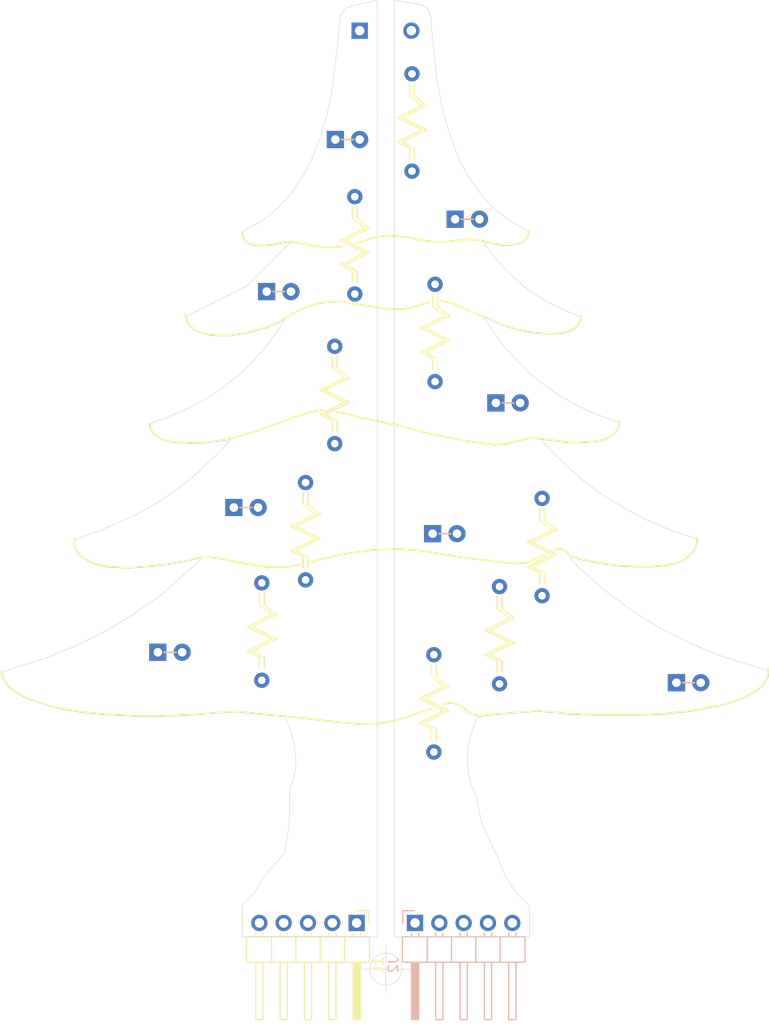
<source format=kicad_pcb>
(kicad_pcb (version 20171130) (host pcbnew "(5.1.5)-3")

  (general
    (thickness 1.6)
    (drawings 563)
    (tracks 0)
    (zones 0)
    (modules 21)
    (nets 20)
  )

  (page A4)
  (layers
    (0 F.Cu signal)
    (31 B.Cu signal)
    (32 B.Adhes user)
    (33 F.Adhes user)
    (34 B.Paste user)
    (35 F.Paste user)
    (36 B.SilkS user)
    (37 F.SilkS user)
    (38 B.Mask user)
    (39 F.Mask user)
    (40 Dwgs.User user)
    (41 Cmts.User user)
    (42 Eco1.User user)
    (43 Eco2.User user)
    (44 Edge.Cuts user)
    (45 Margin user)
    (46 B.CrtYd user)
    (47 F.CrtYd user)
    (48 B.Fab user)
    (49 F.Fab user)
  )

  (setup
    (last_trace_width 0.25)
    (trace_clearance 0.2)
    (zone_clearance 0.508)
    (zone_45_only no)
    (trace_min 0.2)
    (via_size 0.8)
    (via_drill 0.4)
    (via_min_size 0.4)
    (via_min_drill 0.3)
    (uvia_size 0.3)
    (uvia_drill 0.1)
    (uvias_allowed no)
    (uvia_min_size 0.2)
    (uvia_min_drill 0.1)
    (edge_width 0.05)
    (segment_width 0.2)
    (pcb_text_width 0.3)
    (pcb_text_size 1.5 1.5)
    (mod_edge_width 0.2)
    (mod_text_size 1 1)
    (mod_text_width 0.15)
    (pad_size 1.524 1.524)
    (pad_drill 0.762)
    (pad_to_mask_clearance 0.051)
    (solder_mask_min_width 0.25)
    (aux_axis_origin 0 0)
    (visible_elements 7FFFFFFF)
    (pcbplotparams
      (layerselection 0x010fc_ffffffff)
      (usegerberextensions false)
      (usegerberattributes false)
      (usegerberadvancedattributes false)
      (creategerberjobfile false)
      (excludeedgelayer true)
      (linewidth 0.100000)
      (plotframeref false)
      (viasonmask false)
      (mode 1)
      (useauxorigin false)
      (hpglpennumber 1)
      (hpglpenspeed 20)
      (hpglpendiameter 15.000000)
      (psnegative false)
      (psa4output false)
      (plotreference true)
      (plotvalue true)
      (plotinvisibletext false)
      (padsonsilk false)
      (subtractmaskfromsilk false)
      (outputformat 1)
      (mirror false)
      (drillshape 1)
      (scaleselection 1)
      (outputdirectory ""))
  )

  (net 0 "")
  (net 1 /GND)
  (net 2 "Net-(D2-Pad2)")
  (net 3 "Net-(D3-Pad2)")
  (net 4 "Net-(D4-Pad2)")
  (net 5 "Net-(D5-Pad2)")
  (net 6 "Net-(D6-Pad2)")
  (net 7 "Net-(D7-Pad2)")
  (net 8 "Net-(D8-Pad2)")
  (net 9 "Net-(D9-Pad2)")
  (net 10 "Net-(J1-Pad5)")
  (net 11 "Net-(J1-Pad4)")
  (net 12 "Net-(J1-Pad3)")
  (net 13 "Net-(J1-Pad2)")
  (net 14 "Net-(J1-Pad1)")
  (net 15 "Net-(J2-Pad4)")
  (net 16 "Net-(J2-Pad3)")
  (net 17 "Net-(J2-Pad2)")
  (net 18 "Net-(J2-Pad1)")
  (net 19 "Net-(J3-Pad1)")

  (net_class Default "This is the default net class."
    (clearance 0.2)
    (trace_width 0.25)
    (via_dia 0.8)
    (via_drill 0.4)
    (uvia_dia 0.3)
    (uvia_drill 0.1)
    (add_net /GND)
    (add_net "Net-(D2-Pad2)")
    (add_net "Net-(D3-Pad2)")
    (add_net "Net-(D4-Pad2)")
    (add_net "Net-(D5-Pad2)")
    (add_net "Net-(D6-Pad2)")
    (add_net "Net-(D7-Pad2)")
    (add_net "Net-(D8-Pad2)")
    (add_net "Net-(D9-Pad2)")
    (add_net "Net-(J1-Pad1)")
    (add_net "Net-(J1-Pad2)")
    (add_net "Net-(J1-Pad3)")
    (add_net "Net-(J1-Pad4)")
    (add_net "Net-(J1-Pad5)")
    (add_net "Net-(J2-Pad1)")
    (add_net "Net-(J2-Pad2)")
    (add_net "Net-(J2-Pad3)")
    (add_net "Net-(J2-Pad4)")
    (add_net "Net-(J3-Pad1)")
  )

  (module christmas:LED_D5.0mm (layer F.Cu) (tedit 5F877674) (tstamp 5F873CDE)
    (at 92.329 84.201)
    (descr "LED, diameter 5.0mm, 2 pins, http://cdn-reichelt.de/documents/datenblatt/A500/LL-504BC2E-009.pdf")
    (tags "LED diameter 5.0mm 2 pins")
    (path /5F868969)
    (fp_text reference D3 (at 1.27 -3.96) (layer F.SilkS) hide
      (effects (font (size 1 1) (thickness 0.15)))
    )
    (fp_text value LED_Small (at 1.27 3.96) (layer F.Fab)
      (effects (font (size 1 1) (thickness 0.15)))
    )
    (fp_line (start 1.905 0) (end 0.635 0) (layer B.SilkS) (width 0.15))
    (fp_line (start 0.635 0) (end 1.905 0) (layer F.SilkS) (width 0.15))
    (fp_text user %R (at 1.25 0) (layer F.Fab)
      (effects (font (size 0.8 0.8) (thickness 0.2)))
    )
    (fp_line (start 4.5 -3.25) (end -1.95 -3.25) (layer F.CrtYd) (width 0.05))
    (fp_line (start 4.5 3.25) (end 4.5 -3.25) (layer F.CrtYd) (width 0.05))
    (fp_line (start -1.95 3.25) (end 4.5 3.25) (layer F.CrtYd) (width 0.05))
    (fp_line (start -1.95 -3.25) (end -1.95 3.25) (layer F.CrtYd) (width 0.05))
    (fp_line (start -1.23 -1.469694) (end -1.23 1.469694) (layer F.Fab) (width 0.1))
    (fp_circle (center 1.27 0) (end 3.77 0) (layer F.Fab) (width 0.1))
    (fp_arc (start 1.27 0) (end -1.23 -1.469694) (angle 299.1) (layer F.Fab) (width 0.1))
    (pad 2 thru_hole circle (at 2.54 0) (size 1.8 1.8) (drill 0.9) (layers *.Cu *.Mask)
      (net 3 "Net-(D3-Pad2)"))
    (pad 1 thru_hole rect (at 0 0) (size 1.8 1.8) (drill 0.9) (layers *.Cu *.Mask)
      (net 1 /GND))
    (model ${KISYS3DMOD}/LEDs.3dshapes/LED_D5.0mm.wrl
      (at (xyz 0 0 0))
      (scale (xyz 0.393701 0.393701 0.393701))
      (rotate (xyz 0 0 0))
    )
  )

  (module christmas:LED_D5.0mm (layer F.Cu) (tedit 5F877674) (tstamp 5F873CCF)
    (at 99.5045 68.326)
    (descr "LED, diameter 5.0mm, 2 pins, http://cdn-reichelt.de/documents/datenblatt/A500/LL-504BC2E-009.pdf")
    (tags "LED diameter 5.0mm 2 pins")
    (path /5F868550)
    (fp_text reference D2 (at 1.27 -3.96) (layer F.SilkS) hide
      (effects (font (size 1 1) (thickness 0.15)))
    )
    (fp_text value LED_Small (at 1.27 3.96) (layer F.Fab)
      (effects (font (size 1 1) (thickness 0.15)))
    )
    (fp_line (start 1.905 0) (end 0.635 0) (layer B.SilkS) (width 0.15))
    (fp_line (start 0.635 0) (end 1.905 0) (layer F.SilkS) (width 0.15))
    (fp_text user %R (at 1.25 0) (layer F.Fab)
      (effects (font (size 0.8 0.8) (thickness 0.2)))
    )
    (fp_line (start 4.5 -3.25) (end -1.95 -3.25) (layer F.CrtYd) (width 0.05))
    (fp_line (start 4.5 3.25) (end 4.5 -3.25) (layer F.CrtYd) (width 0.05))
    (fp_line (start -1.95 3.25) (end 4.5 3.25) (layer F.CrtYd) (width 0.05))
    (fp_line (start -1.95 -3.25) (end -1.95 3.25) (layer F.CrtYd) (width 0.05))
    (fp_line (start -1.23 -1.469694) (end -1.23 1.469694) (layer F.Fab) (width 0.1))
    (fp_circle (center 1.27 0) (end 3.77 0) (layer F.Fab) (width 0.1))
    (fp_arc (start 1.27 0) (end -1.23 -1.469694) (angle 299.1) (layer F.Fab) (width 0.1))
    (pad 2 thru_hole circle (at 2.54 0) (size 1.8 1.8) (drill 0.9) (layers *.Cu *.Mask)
      (net 2 "Net-(D2-Pad2)"))
    (pad 1 thru_hole rect (at 0 0) (size 1.8 1.8) (drill 0.9) (layers *.Cu *.Mask)
      (net 1 /GND))
    (model ${KISYS3DMOD}/LEDs.3dshapes/LED_D5.0mm.wrl
      (at (xyz 0 0 0))
      (scale (xyz 0.393701 0.393701 0.393701))
      (rotate (xyz 0 0 0))
    )
  )

  (module christmas:LED_D5.0mm (layer F.Cu) (tedit 5F877674) (tstamp 5F873CED)
    (at 88.9 106.7435)
    (descr "LED, diameter 5.0mm, 2 pins, http://cdn-reichelt.de/documents/datenblatt/A500/LL-504BC2E-009.pdf")
    (tags "LED diameter 5.0mm 2 pins")
    (path /5F868B03)
    (fp_text reference D4 (at 1.27 -3.96) (layer F.SilkS) hide
      (effects (font (size 1 1) (thickness 0.15)))
    )
    (fp_text value LED_Small (at 1.27 3.96) (layer F.Fab)
      (effects (font (size 1 1) (thickness 0.15)))
    )
    (fp_line (start 1.905 0) (end 0.635 0) (layer B.SilkS) (width 0.15))
    (fp_line (start 0.635 0) (end 1.905 0) (layer F.SilkS) (width 0.15))
    (fp_text user %R (at 1.25 0) (layer F.Fab)
      (effects (font (size 0.8 0.8) (thickness 0.2)))
    )
    (fp_line (start 4.5 -3.25) (end -1.95 -3.25) (layer F.CrtYd) (width 0.05))
    (fp_line (start 4.5 3.25) (end 4.5 -3.25) (layer F.CrtYd) (width 0.05))
    (fp_line (start -1.95 3.25) (end 4.5 3.25) (layer F.CrtYd) (width 0.05))
    (fp_line (start -1.95 -3.25) (end -1.95 3.25) (layer F.CrtYd) (width 0.05))
    (fp_line (start -1.23 -1.469694) (end -1.23 1.469694) (layer F.Fab) (width 0.1))
    (fp_circle (center 1.27 0) (end 3.77 0) (layer F.Fab) (width 0.1))
    (fp_arc (start 1.27 0) (end -1.23 -1.469694) (angle 299.1) (layer F.Fab) (width 0.1))
    (pad 2 thru_hole circle (at 2.54 0) (size 1.8 1.8) (drill 0.9) (layers *.Cu *.Mask)
      (net 4 "Net-(D4-Pad2)"))
    (pad 1 thru_hole rect (at 0 0) (size 1.8 1.8) (drill 0.9) (layers *.Cu *.Mask)
      (net 1 /GND))
    (model ${KISYS3DMOD}/LEDs.3dshapes/LED_D5.0mm.wrl
      (at (xyz 0 0 0))
      (scale (xyz 0.393701 0.393701 0.393701))
      (rotate (xyz 0 0 0))
    )
  )

  (module christmas:LED_D5.0mm (layer F.Cu) (tedit 5F877674) (tstamp 5F873CFC)
    (at 80.9625 121.8565)
    (descr "LED, diameter 5.0mm, 2 pins, http://cdn-reichelt.de/documents/datenblatt/A500/LL-504BC2E-009.pdf")
    (tags "LED diameter 5.0mm 2 pins")
    (path /5F868DDB)
    (fp_text reference D5 (at 1.27 -3.96) (layer F.SilkS) hide
      (effects (font (size 1 1) (thickness 0.15)))
    )
    (fp_text value LED_Small (at 1.27 3.96) (layer F.Fab)
      (effects (font (size 1 1) (thickness 0.15)))
    )
    (fp_line (start 1.905 0) (end 0.635 0) (layer B.SilkS) (width 0.15))
    (fp_line (start 0.635 0) (end 1.905 0) (layer F.SilkS) (width 0.15))
    (fp_text user %R (at 1.25 0) (layer F.Fab)
      (effects (font (size 0.8 0.8) (thickness 0.2)))
    )
    (fp_line (start 4.5 -3.25) (end -1.95 -3.25) (layer F.CrtYd) (width 0.05))
    (fp_line (start 4.5 3.25) (end 4.5 -3.25) (layer F.CrtYd) (width 0.05))
    (fp_line (start -1.95 3.25) (end 4.5 3.25) (layer F.CrtYd) (width 0.05))
    (fp_line (start -1.95 -3.25) (end -1.95 3.25) (layer F.CrtYd) (width 0.05))
    (fp_line (start -1.23 -1.469694) (end -1.23 1.469694) (layer F.Fab) (width 0.1))
    (fp_circle (center 1.27 0) (end 3.77 0) (layer F.Fab) (width 0.1))
    (fp_arc (start 1.27 0) (end -1.23 -1.469694) (angle 299.1) (layer F.Fab) (width 0.1))
    (pad 2 thru_hole circle (at 2.54 0) (size 1.8 1.8) (drill 0.9) (layers *.Cu *.Mask)
      (net 5 "Net-(D5-Pad2)"))
    (pad 1 thru_hole rect (at 0 0) (size 1.8 1.8) (drill 0.9) (layers *.Cu *.Mask)
      (net 1 /GND))
    (model ${KISYS3DMOD}/LEDs.3dshapes/LED_D5.0mm.wrl
      (at (xyz 0 0 0))
      (scale (xyz 0.393701 0.393701 0.393701))
      (rotate (xyz 0 0 0))
    )
  )

  (module christmas:LED_D5.0mm (layer F.Cu) (tedit 5F877674) (tstamp 5F873D0B)
    (at 112.014 76.6445)
    (descr "LED, diameter 5.0mm, 2 pins, http://cdn-reichelt.de/documents/datenblatt/A500/LL-504BC2E-009.pdf")
    (tags "LED diameter 5.0mm 2 pins")
    (path /5F86912E)
    (fp_text reference D6 (at 1.27 -3.96) (layer F.SilkS) hide
      (effects (font (size 1 1) (thickness 0.15)))
    )
    (fp_text value LED_Small (at 1.27 3.96) (layer F.Fab)
      (effects (font (size 1 1) (thickness 0.15)))
    )
    (fp_line (start 1.905 0) (end 0.635 0) (layer B.SilkS) (width 0.15))
    (fp_line (start 0.635 0) (end 1.905 0) (layer F.SilkS) (width 0.15))
    (fp_text user %R (at 1.25 0) (layer F.Fab)
      (effects (font (size 0.8 0.8) (thickness 0.2)))
    )
    (fp_line (start 4.5 -3.25) (end -1.95 -3.25) (layer F.CrtYd) (width 0.05))
    (fp_line (start 4.5 3.25) (end 4.5 -3.25) (layer F.CrtYd) (width 0.05))
    (fp_line (start -1.95 3.25) (end 4.5 3.25) (layer F.CrtYd) (width 0.05))
    (fp_line (start -1.95 -3.25) (end -1.95 3.25) (layer F.CrtYd) (width 0.05))
    (fp_line (start -1.23 -1.469694) (end -1.23 1.469694) (layer F.Fab) (width 0.1))
    (fp_circle (center 1.27 0) (end 3.77 0) (layer F.Fab) (width 0.1))
    (fp_arc (start 1.27 0) (end -1.23 -1.469694) (angle 299.1) (layer F.Fab) (width 0.1))
    (pad 2 thru_hole circle (at 2.54 0) (size 1.8 1.8) (drill 0.9) (layers *.Cu *.Mask)
      (net 6 "Net-(D6-Pad2)"))
    (pad 1 thru_hole rect (at 0 0) (size 1.8 1.8) (drill 0.9) (layers *.Cu *.Mask)
      (net 1 /GND))
    (model ${KISYS3DMOD}/LEDs.3dshapes/LED_D5.0mm.wrl
      (at (xyz 0 0 0))
      (scale (xyz 0.393701 0.393701 0.393701))
      (rotate (xyz 0 0 0))
    )
  )

  (module christmas:LED_D5.0mm (layer F.Cu) (tedit 5F877674) (tstamp 5F873D1A)
    (at 116.2685 95.8215)
    (descr "LED, diameter 5.0mm, 2 pins, http://cdn-reichelt.de/documents/datenblatt/A500/LL-504BC2E-009.pdf")
    (tags "LED diameter 5.0mm 2 pins")
    (path /5F8695A7)
    (fp_text reference D7 (at 1.27 -3.96) (layer F.SilkS) hide
      (effects (font (size 1 1) (thickness 0.15)))
    )
    (fp_text value LED_Small (at 1.27 3.96) (layer F.Fab)
      (effects (font (size 1 1) (thickness 0.15)))
    )
    (fp_line (start 1.905 0) (end 0.635 0) (layer B.SilkS) (width 0.15))
    (fp_line (start 0.635 0) (end 1.905 0) (layer F.SilkS) (width 0.15))
    (fp_text user %R (at 1.25 0) (layer F.Fab)
      (effects (font (size 0.8 0.8) (thickness 0.2)))
    )
    (fp_line (start 4.5 -3.25) (end -1.95 -3.25) (layer F.CrtYd) (width 0.05))
    (fp_line (start 4.5 3.25) (end 4.5 -3.25) (layer F.CrtYd) (width 0.05))
    (fp_line (start -1.95 3.25) (end 4.5 3.25) (layer F.CrtYd) (width 0.05))
    (fp_line (start -1.95 -3.25) (end -1.95 3.25) (layer F.CrtYd) (width 0.05))
    (fp_line (start -1.23 -1.469694) (end -1.23 1.469694) (layer F.Fab) (width 0.1))
    (fp_circle (center 1.27 0) (end 3.77 0) (layer F.Fab) (width 0.1))
    (fp_arc (start 1.27 0) (end -1.23 -1.469694) (angle 299.1) (layer F.Fab) (width 0.1))
    (pad 2 thru_hole circle (at 2.54 0) (size 1.8 1.8) (drill 0.9) (layers *.Cu *.Mask)
      (net 7 "Net-(D7-Pad2)"))
    (pad 1 thru_hole rect (at 0 0) (size 1.8 1.8) (drill 0.9) (layers *.Cu *.Mask)
      (net 1 /GND))
    (model ${KISYS3DMOD}/LEDs.3dshapes/LED_D5.0mm.wrl
      (at (xyz 0 0 0))
      (scale (xyz 0.393701 0.393701 0.393701))
      (rotate (xyz 0 0 0))
    )
  )

  (module christmas:LED_D5.0mm (layer F.Cu) (tedit 5F877674) (tstamp 5F873D29)
    (at 109.6645 109.474)
    (descr "LED, diameter 5.0mm, 2 pins, http://cdn-reichelt.de/documents/datenblatt/A500/LL-504BC2E-009.pdf")
    (tags "LED diameter 5.0mm 2 pins")
    (path /5F8699CF)
    (fp_text reference D8 (at 1.27 -3.96) (layer F.SilkS) hide
      (effects (font (size 1 1) (thickness 0.15)))
    )
    (fp_text value LED_Small (at 1.27 3.96) (layer F.Fab)
      (effects (font (size 1 1) (thickness 0.15)))
    )
    (fp_line (start 1.905 0) (end 0.635 0) (layer B.SilkS) (width 0.15))
    (fp_line (start 0.635 0) (end 1.905 0) (layer F.SilkS) (width 0.15))
    (fp_text user %R (at 1.25 0) (layer F.Fab)
      (effects (font (size 0.8 0.8) (thickness 0.2)))
    )
    (fp_line (start 4.5 -3.25) (end -1.95 -3.25) (layer F.CrtYd) (width 0.05))
    (fp_line (start 4.5 3.25) (end 4.5 -3.25) (layer F.CrtYd) (width 0.05))
    (fp_line (start -1.95 3.25) (end 4.5 3.25) (layer F.CrtYd) (width 0.05))
    (fp_line (start -1.95 -3.25) (end -1.95 3.25) (layer F.CrtYd) (width 0.05))
    (fp_line (start -1.23 -1.469694) (end -1.23 1.469694) (layer F.Fab) (width 0.1))
    (fp_circle (center 1.27 0) (end 3.77 0) (layer F.Fab) (width 0.1))
    (fp_arc (start 1.27 0) (end -1.23 -1.469694) (angle 299.1) (layer F.Fab) (width 0.1))
    (pad 2 thru_hole circle (at 2.54 0) (size 1.8 1.8) (drill 0.9) (layers *.Cu *.Mask)
      (net 8 "Net-(D8-Pad2)"))
    (pad 1 thru_hole rect (at 0 0) (size 1.8 1.8) (drill 0.9) (layers *.Cu *.Mask)
      (net 1 /GND))
    (model ${KISYS3DMOD}/LEDs.3dshapes/LED_D5.0mm.wrl
      (at (xyz 0 0 0))
      (scale (xyz 0.393701 0.393701 0.393701))
      (rotate (xyz 0 0 0))
    )
  )

  (module christmas:LED_D5.0mm (layer F.Cu) (tedit 5F877674) (tstamp 5F873D38)
    (at 135.128 125.0315)
    (descr "LED, diameter 5.0mm, 2 pins, http://cdn-reichelt.de/documents/datenblatt/A500/LL-504BC2E-009.pdf")
    (tags "LED diameter 5.0mm 2 pins")
    (path /5F869FA7)
    (fp_text reference D9 (at 1.27 -3.96) (layer F.SilkS) hide
      (effects (font (size 1 1) (thickness 0.15)))
    )
    (fp_text value LED_Small (at 1.27 3.96) (layer F.Fab)
      (effects (font (size 1 1) (thickness 0.15)))
    )
    (fp_line (start 1.905 0) (end 0.635 0) (layer B.SilkS) (width 0.15))
    (fp_line (start 0.635 0) (end 1.905 0) (layer F.SilkS) (width 0.15))
    (fp_text user %R (at 1.25 0) (layer F.Fab)
      (effects (font (size 0.8 0.8) (thickness 0.2)))
    )
    (fp_line (start 4.5 -3.25) (end -1.95 -3.25) (layer F.CrtYd) (width 0.05))
    (fp_line (start 4.5 3.25) (end 4.5 -3.25) (layer F.CrtYd) (width 0.05))
    (fp_line (start -1.95 3.25) (end 4.5 3.25) (layer F.CrtYd) (width 0.05))
    (fp_line (start -1.95 -3.25) (end -1.95 3.25) (layer F.CrtYd) (width 0.05))
    (fp_line (start -1.23 -1.469694) (end -1.23 1.469694) (layer F.Fab) (width 0.1))
    (fp_circle (center 1.27 0) (end 3.77 0) (layer F.Fab) (width 0.1))
    (fp_arc (start 1.27 0) (end -1.23 -1.469694) (angle 299.1) (layer F.Fab) (width 0.1))
    (pad 2 thru_hole circle (at 2.54 0) (size 1.8 1.8) (drill 0.9) (layers *.Cu *.Mask)
      (net 9 "Net-(D9-Pad2)"))
    (pad 1 thru_hole rect (at 0 0) (size 1.8 1.8) (drill 0.9) (layers *.Cu *.Mask)
      (net 1 /GND))
    (model ${KISYS3DMOD}/LEDs.3dshapes/LED_D5.0mm.wrl
      (at (xyz 0 0 0))
      (scale (xyz 0.393701 0.393701 0.393701))
      (rotate (xyz 0 0 0))
    )
  )

  (module christmas:resistor (layer F.Cu) (tedit 5F87762B) (tstamp 5F877B68)
    (at 107.5055 61.468 270)
    (descr "Resistor, Axial_DIN0207 series, Axial, Horizontal, pin pitch=10.16mm, 0.25W = 1/4W, length*diameter=6.3*2.5mm^2, http://cdn-reichelt.de/documents/datenblatt/B400/1_4W%23YAG.pdf")
    (tags "Resistor Axial_DIN0207 series Axial Horizontal pin pitch 10.16mm 0.25W = 1/4W length 6.3mm diameter 2.5mm")
    (path /5F863E92)
    (fp_text reference R1 (at 5.08 -2.31 270) (layer F.Fab)
      (effects (font (size 1 1) (thickness 0.15)))
    )
    (fp_text value 220 (at 4.953 0 270) (layer F.Fab)
      (effects (font (size 1 1) (thickness 0.15)))
    )
    (fp_line (start 2.286 0.254) (end 1.016 0.254) (layer F.SilkS) (width 0.15))
    (fp_line (start 7.112 1.524) (end 7.782 0.254) (layer F.SilkS) (width 0.15))
    (fp_line (start 3.302 -1.016) (end 4.572 1.524) (layer F.SilkS) (width 0.15))
    (fp_line (start 4.572 1.524) (end 5.842 -1.016) (layer F.SilkS) (width 0.15))
    (fp_line (start 2.286 0.254) (end 3.302 -1.016) (layer F.SilkS) (width 0.15))
    (fp_line (start 7.782 0.254) (end 8.89 0.254) (layer F.SilkS) (width 0.15))
    (fp_line (start 5.842 -1.016) (end 7.112 1.524) (layer F.SilkS) (width 0.15))
    (fp_line (start 7.782 -0.254) (end 8.89 -0.254) (layer F.SilkS) (width 0.15))
    (fp_line (start 2.286 -0.254) (end 1.016 -0.254) (layer F.SilkS) (width 0.15))
    (fp_line (start 7.112 1.016) (end 7.782 -0.254) (layer F.SilkS) (width 0.15))
    (fp_line (start 5.842 -1.524) (end 7.112 1.016) (layer F.SilkS) (width 0.15))
    (fp_line (start 4.572 1.016) (end 5.842 -1.524) (layer F.SilkS) (width 0.15))
    (fp_line (start 3.302 -1.524) (end 4.572 1.016) (layer F.SilkS) (width 0.15))
    (fp_line (start 2.286 -0.254) (end 3.302 -1.524) (layer F.SilkS) (width 0.15))
    (fp_line (start 1.93 -1.25) (end 1.93 1.25) (layer F.Fab) (width 0.1))
    (fp_line (start 1.93 1.25) (end 8.23 1.25) (layer F.Fab) (width 0.1))
    (fp_line (start 8.23 1.25) (end 8.23 -1.25) (layer F.Fab) (width 0.1))
    (fp_line (start 8.23 -1.25) (end 1.93 -1.25) (layer F.Fab) (width 0.1))
    (fp_line (start 0 0) (end 1.93 0) (layer F.Fab) (width 0.1))
    (fp_line (start 10.16 0) (end 8.23 0) (layer F.Fab) (width 0.1))
    (fp_line (start -1.05 -1.6) (end -1.05 1.6) (layer F.CrtYd) (width 0.05))
    (fp_line (start -1.05 1.6) (end 11.25 1.6) (layer F.CrtYd) (width 0.05))
    (fp_line (start 11.25 1.6) (end 11.25 -1.6) (layer F.CrtYd) (width 0.05))
    (fp_line (start 11.25 -1.6) (end -1.05 -1.6) (layer F.CrtYd) (width 0.05))
    (pad 1 thru_hole circle (at 0 0 270) (size 1.6 1.6) (drill 0.8) (layers *.Cu *.Mask)
      (net 19 "Net-(J3-Pad1)"))
    (pad 2 thru_hole oval (at 10.16 0 270) (size 1.6 1.6) (drill 0.8) (layers *.Cu *.Mask)
      (net 14 "Net-(J1-Pad1)"))
    (model ${KISYS3DMOD}/Resistors_THT.3dshapes/R_Axial_DIN0207_L6.3mm_D2.5mm_P10.16mm_Horizontal.wrl
      (at (xyz 0 0 0))
      (scale (xyz 0.393701 0.393701 0.393701))
      (rotate (xyz 0 0 0))
    )
  )

  (module christmas:resistor (layer F.Cu) (tedit 5F87762B) (tstamp 5F877B7E)
    (at 101.5365 74.295 270)
    (descr "Resistor, Axial_DIN0207 series, Axial, Horizontal, pin pitch=10.16mm, 0.25W = 1/4W, length*diameter=6.3*2.5mm^2, http://cdn-reichelt.de/documents/datenblatt/B400/1_4W%23YAG.pdf")
    (tags "Resistor Axial_DIN0207 series Axial Horizontal pin pitch 10.16mm 0.25W = 1/4W length 6.3mm diameter 2.5mm")
    (path /5F864CE5)
    (fp_text reference R2 (at 5.08 -2.31 270) (layer F.Fab)
      (effects (font (size 1 1) (thickness 0.15)))
    )
    (fp_text value 220 (at 4.953 0 270) (layer F.Fab)
      (effects (font (size 1 1) (thickness 0.15)))
    )
    (fp_line (start 2.286 0.254) (end 1.016 0.254) (layer F.SilkS) (width 0.15))
    (fp_line (start 7.112 1.524) (end 7.782 0.254) (layer F.SilkS) (width 0.15))
    (fp_line (start 3.302 -1.016) (end 4.572 1.524) (layer F.SilkS) (width 0.15))
    (fp_line (start 4.572 1.524) (end 5.842 -1.016) (layer F.SilkS) (width 0.15))
    (fp_line (start 2.286 0.254) (end 3.302 -1.016) (layer F.SilkS) (width 0.15))
    (fp_line (start 7.782 0.254) (end 8.89 0.254) (layer F.SilkS) (width 0.15))
    (fp_line (start 5.842 -1.016) (end 7.112 1.524) (layer F.SilkS) (width 0.15))
    (fp_line (start 7.782 -0.254) (end 8.89 -0.254) (layer F.SilkS) (width 0.15))
    (fp_line (start 2.286 -0.254) (end 1.016 -0.254) (layer F.SilkS) (width 0.15))
    (fp_line (start 7.112 1.016) (end 7.782 -0.254) (layer F.SilkS) (width 0.15))
    (fp_line (start 5.842 -1.524) (end 7.112 1.016) (layer F.SilkS) (width 0.15))
    (fp_line (start 4.572 1.016) (end 5.842 -1.524) (layer F.SilkS) (width 0.15))
    (fp_line (start 3.302 -1.524) (end 4.572 1.016) (layer F.SilkS) (width 0.15))
    (fp_line (start 2.286 -0.254) (end 3.302 -1.524) (layer F.SilkS) (width 0.15))
    (fp_line (start 1.93 -1.25) (end 1.93 1.25) (layer F.Fab) (width 0.1))
    (fp_line (start 1.93 1.25) (end 8.23 1.25) (layer F.Fab) (width 0.1))
    (fp_line (start 8.23 1.25) (end 8.23 -1.25) (layer F.Fab) (width 0.1))
    (fp_line (start 8.23 -1.25) (end 1.93 -1.25) (layer F.Fab) (width 0.1))
    (fp_line (start 0 0) (end 1.93 0) (layer F.Fab) (width 0.1))
    (fp_line (start 10.16 0) (end 8.23 0) (layer F.Fab) (width 0.1))
    (fp_line (start -1.05 -1.6) (end -1.05 1.6) (layer F.CrtYd) (width 0.05))
    (fp_line (start -1.05 1.6) (end 11.25 1.6) (layer F.CrtYd) (width 0.05))
    (fp_line (start 11.25 1.6) (end 11.25 -1.6) (layer F.CrtYd) (width 0.05))
    (fp_line (start 11.25 -1.6) (end -1.05 -1.6) (layer F.CrtYd) (width 0.05))
    (pad 1 thru_hole circle (at 0 0 270) (size 1.6 1.6) (drill 0.8) (layers *.Cu *.Mask)
      (net 2 "Net-(D2-Pad2)"))
    (pad 2 thru_hole oval (at 10.16 0 270) (size 1.6 1.6) (drill 0.8) (layers *.Cu *.Mask)
      (net 13 "Net-(J1-Pad2)"))
    (model ${KISYS3DMOD}/Resistors_THT.3dshapes/R_Axial_DIN0207_L6.3mm_D2.5mm_P10.16mm_Horizontal.wrl
      (at (xyz 0 0 0))
      (scale (xyz 0.393701 0.393701 0.393701))
      (rotate (xyz 0 0 0))
    )
  )

  (module christmas:resistor (layer F.Cu) (tedit 5F87762B) (tstamp 5F877B94)
    (at 99.441 89.916 270)
    (descr "Resistor, Axial_DIN0207 series, Axial, Horizontal, pin pitch=10.16mm, 0.25W = 1/4W, length*diameter=6.3*2.5mm^2, http://cdn-reichelt.de/documents/datenblatt/B400/1_4W%23YAG.pdf")
    (tags "Resistor Axial_DIN0207 series Axial Horizontal pin pitch 10.16mm 0.25W = 1/4W length 6.3mm diameter 2.5mm")
    (path /5F864FDA)
    (fp_text reference R3 (at 5.08 -2.31 270) (layer F.Fab)
      (effects (font (size 1 1) (thickness 0.15)))
    )
    (fp_text value 220 (at 4.953 0 270) (layer F.Fab)
      (effects (font (size 1 1) (thickness 0.15)))
    )
    (fp_line (start 2.286 0.254) (end 1.016 0.254) (layer F.SilkS) (width 0.15))
    (fp_line (start 7.112 1.524) (end 7.782 0.254) (layer F.SilkS) (width 0.15))
    (fp_line (start 3.302 -1.016) (end 4.572 1.524) (layer F.SilkS) (width 0.15))
    (fp_line (start 4.572 1.524) (end 5.842 -1.016) (layer F.SilkS) (width 0.15))
    (fp_line (start 2.286 0.254) (end 3.302 -1.016) (layer F.SilkS) (width 0.15))
    (fp_line (start 7.782 0.254) (end 8.89 0.254) (layer F.SilkS) (width 0.15))
    (fp_line (start 5.842 -1.016) (end 7.112 1.524) (layer F.SilkS) (width 0.15))
    (fp_line (start 7.782 -0.254) (end 8.89 -0.254) (layer F.SilkS) (width 0.15))
    (fp_line (start 2.286 -0.254) (end 1.016 -0.254) (layer F.SilkS) (width 0.15))
    (fp_line (start 7.112 1.016) (end 7.782 -0.254) (layer F.SilkS) (width 0.15))
    (fp_line (start 5.842 -1.524) (end 7.112 1.016) (layer F.SilkS) (width 0.15))
    (fp_line (start 4.572 1.016) (end 5.842 -1.524) (layer F.SilkS) (width 0.15))
    (fp_line (start 3.302 -1.524) (end 4.572 1.016) (layer F.SilkS) (width 0.15))
    (fp_line (start 2.286 -0.254) (end 3.302 -1.524) (layer F.SilkS) (width 0.15))
    (fp_line (start 1.93 -1.25) (end 1.93 1.25) (layer F.Fab) (width 0.1))
    (fp_line (start 1.93 1.25) (end 8.23 1.25) (layer F.Fab) (width 0.1))
    (fp_line (start 8.23 1.25) (end 8.23 -1.25) (layer F.Fab) (width 0.1))
    (fp_line (start 8.23 -1.25) (end 1.93 -1.25) (layer F.Fab) (width 0.1))
    (fp_line (start 0 0) (end 1.93 0) (layer F.Fab) (width 0.1))
    (fp_line (start 10.16 0) (end 8.23 0) (layer F.Fab) (width 0.1))
    (fp_line (start -1.05 -1.6) (end -1.05 1.6) (layer F.CrtYd) (width 0.05))
    (fp_line (start -1.05 1.6) (end 11.25 1.6) (layer F.CrtYd) (width 0.05))
    (fp_line (start 11.25 1.6) (end 11.25 -1.6) (layer F.CrtYd) (width 0.05))
    (fp_line (start 11.25 -1.6) (end -1.05 -1.6) (layer F.CrtYd) (width 0.05))
    (pad 1 thru_hole circle (at 0 0 270) (size 1.6 1.6) (drill 0.8) (layers *.Cu *.Mask)
      (net 3 "Net-(D3-Pad2)"))
    (pad 2 thru_hole oval (at 10.16 0 270) (size 1.6 1.6) (drill 0.8) (layers *.Cu *.Mask)
      (net 12 "Net-(J1-Pad3)"))
    (model ${KISYS3DMOD}/Resistors_THT.3dshapes/R_Axial_DIN0207_L6.3mm_D2.5mm_P10.16mm_Horizontal.wrl
      (at (xyz 0 0 0))
      (scale (xyz 0.393701 0.393701 0.393701))
      (rotate (xyz 0 0 0))
    )
  )

  (module christmas:resistor (layer F.Cu) (tedit 5F87762B) (tstamp 5F877BAA)
    (at 96.393 104.14 270)
    (descr "Resistor, Axial_DIN0207 series, Axial, Horizontal, pin pitch=10.16mm, 0.25W = 1/4W, length*diameter=6.3*2.5mm^2, http://cdn-reichelt.de/documents/datenblatt/B400/1_4W%23YAG.pdf")
    (tags "Resistor Axial_DIN0207 series Axial Horizontal pin pitch 10.16mm 0.25W = 1/4W length 6.3mm diameter 2.5mm")
    (path /5F865203)
    (fp_text reference R4 (at 5.08 -2.31 270) (layer F.Fab)
      (effects (font (size 1 1) (thickness 0.15)))
    )
    (fp_text value 220 (at 4.953 0 270) (layer F.Fab)
      (effects (font (size 1 1) (thickness 0.15)))
    )
    (fp_line (start 2.286 0.254) (end 1.016 0.254) (layer F.SilkS) (width 0.15))
    (fp_line (start 7.112 1.524) (end 7.782 0.254) (layer F.SilkS) (width 0.15))
    (fp_line (start 3.302 -1.016) (end 4.572 1.524) (layer F.SilkS) (width 0.15))
    (fp_line (start 4.572 1.524) (end 5.842 -1.016) (layer F.SilkS) (width 0.15))
    (fp_line (start 2.286 0.254) (end 3.302 -1.016) (layer F.SilkS) (width 0.15))
    (fp_line (start 7.782 0.254) (end 8.89 0.254) (layer F.SilkS) (width 0.15))
    (fp_line (start 5.842 -1.016) (end 7.112 1.524) (layer F.SilkS) (width 0.15))
    (fp_line (start 7.782 -0.254) (end 8.89 -0.254) (layer F.SilkS) (width 0.15))
    (fp_line (start 2.286 -0.254) (end 1.016 -0.254) (layer F.SilkS) (width 0.15))
    (fp_line (start 7.112 1.016) (end 7.782 -0.254) (layer F.SilkS) (width 0.15))
    (fp_line (start 5.842 -1.524) (end 7.112 1.016) (layer F.SilkS) (width 0.15))
    (fp_line (start 4.572 1.016) (end 5.842 -1.524) (layer F.SilkS) (width 0.15))
    (fp_line (start 3.302 -1.524) (end 4.572 1.016) (layer F.SilkS) (width 0.15))
    (fp_line (start 2.286 -0.254) (end 3.302 -1.524) (layer F.SilkS) (width 0.15))
    (fp_line (start 1.93 -1.25) (end 1.93 1.25) (layer F.Fab) (width 0.1))
    (fp_line (start 1.93 1.25) (end 8.23 1.25) (layer F.Fab) (width 0.1))
    (fp_line (start 8.23 1.25) (end 8.23 -1.25) (layer F.Fab) (width 0.1))
    (fp_line (start 8.23 -1.25) (end 1.93 -1.25) (layer F.Fab) (width 0.1))
    (fp_line (start 0 0) (end 1.93 0) (layer F.Fab) (width 0.1))
    (fp_line (start 10.16 0) (end 8.23 0) (layer F.Fab) (width 0.1))
    (fp_line (start -1.05 -1.6) (end -1.05 1.6) (layer F.CrtYd) (width 0.05))
    (fp_line (start -1.05 1.6) (end 11.25 1.6) (layer F.CrtYd) (width 0.05))
    (fp_line (start 11.25 1.6) (end 11.25 -1.6) (layer F.CrtYd) (width 0.05))
    (fp_line (start 11.25 -1.6) (end -1.05 -1.6) (layer F.CrtYd) (width 0.05))
    (pad 1 thru_hole circle (at 0 0 270) (size 1.6 1.6) (drill 0.8) (layers *.Cu *.Mask)
      (net 4 "Net-(D4-Pad2)"))
    (pad 2 thru_hole oval (at 10.16 0 270) (size 1.6 1.6) (drill 0.8) (layers *.Cu *.Mask)
      (net 11 "Net-(J1-Pad4)"))
    (model ${KISYS3DMOD}/Resistors_THT.3dshapes/R_Axial_DIN0207_L6.3mm_D2.5mm_P10.16mm_Horizontal.wrl
      (at (xyz 0 0 0))
      (scale (xyz 0.393701 0.393701 0.393701))
      (rotate (xyz 0 0 0))
    )
  )

  (module christmas:resistor (layer F.Cu) (tedit 5F87762B) (tstamp 5F877BC0)
    (at 91.821 114.6175 270)
    (descr "Resistor, Axial_DIN0207 series, Axial, Horizontal, pin pitch=10.16mm, 0.25W = 1/4W, length*diameter=6.3*2.5mm^2, http://cdn-reichelt.de/documents/datenblatt/B400/1_4W%23YAG.pdf")
    (tags "Resistor Axial_DIN0207 series Axial Horizontal pin pitch 10.16mm 0.25W = 1/4W length 6.3mm diameter 2.5mm")
    (path /5F865371)
    (fp_text reference R5 (at 5.08 -2.31 270) (layer F.Fab)
      (effects (font (size 1 1) (thickness 0.15)))
    )
    (fp_text value 220 (at 4.953 0 270) (layer F.Fab)
      (effects (font (size 1 1) (thickness 0.15)))
    )
    (fp_line (start 2.286 0.254) (end 1.016 0.254) (layer F.SilkS) (width 0.15))
    (fp_line (start 7.112 1.524) (end 7.782 0.254) (layer F.SilkS) (width 0.15))
    (fp_line (start 3.302 -1.016) (end 4.572 1.524) (layer F.SilkS) (width 0.15))
    (fp_line (start 4.572 1.524) (end 5.842 -1.016) (layer F.SilkS) (width 0.15))
    (fp_line (start 2.286 0.254) (end 3.302 -1.016) (layer F.SilkS) (width 0.15))
    (fp_line (start 7.782 0.254) (end 8.89 0.254) (layer F.SilkS) (width 0.15))
    (fp_line (start 5.842 -1.016) (end 7.112 1.524) (layer F.SilkS) (width 0.15))
    (fp_line (start 7.782 -0.254) (end 8.89 -0.254) (layer F.SilkS) (width 0.15))
    (fp_line (start 2.286 -0.254) (end 1.016 -0.254) (layer F.SilkS) (width 0.15))
    (fp_line (start 7.112 1.016) (end 7.782 -0.254) (layer F.SilkS) (width 0.15))
    (fp_line (start 5.842 -1.524) (end 7.112 1.016) (layer F.SilkS) (width 0.15))
    (fp_line (start 4.572 1.016) (end 5.842 -1.524) (layer F.SilkS) (width 0.15))
    (fp_line (start 3.302 -1.524) (end 4.572 1.016) (layer F.SilkS) (width 0.15))
    (fp_line (start 2.286 -0.254) (end 3.302 -1.524) (layer F.SilkS) (width 0.15))
    (fp_line (start 1.93 -1.25) (end 1.93 1.25) (layer F.Fab) (width 0.1))
    (fp_line (start 1.93 1.25) (end 8.23 1.25) (layer F.Fab) (width 0.1))
    (fp_line (start 8.23 1.25) (end 8.23 -1.25) (layer F.Fab) (width 0.1))
    (fp_line (start 8.23 -1.25) (end 1.93 -1.25) (layer F.Fab) (width 0.1))
    (fp_line (start 0 0) (end 1.93 0) (layer F.Fab) (width 0.1))
    (fp_line (start 10.16 0) (end 8.23 0) (layer F.Fab) (width 0.1))
    (fp_line (start -1.05 -1.6) (end -1.05 1.6) (layer F.CrtYd) (width 0.05))
    (fp_line (start -1.05 1.6) (end 11.25 1.6) (layer F.CrtYd) (width 0.05))
    (fp_line (start 11.25 1.6) (end 11.25 -1.6) (layer F.CrtYd) (width 0.05))
    (fp_line (start 11.25 -1.6) (end -1.05 -1.6) (layer F.CrtYd) (width 0.05))
    (pad 1 thru_hole circle (at 0 0 270) (size 1.6 1.6) (drill 0.8) (layers *.Cu *.Mask)
      (net 5 "Net-(D5-Pad2)"))
    (pad 2 thru_hole oval (at 10.16 0 270) (size 1.6 1.6) (drill 0.8) (layers *.Cu *.Mask)
      (net 10 "Net-(J1-Pad5)"))
    (model ${KISYS3DMOD}/Resistors_THT.3dshapes/R_Axial_DIN0207_L6.3mm_D2.5mm_P10.16mm_Horizontal.wrl
      (at (xyz 0 0 0))
      (scale (xyz 0.393701 0.393701 0.393701))
      (rotate (xyz 0 0 0))
    )
  )

  (module christmas:resistor (layer F.Cu) (tedit 5F87762B) (tstamp 5F877BD6)
    (at 109.9185 83.439 270)
    (descr "Resistor, Axial_DIN0207 series, Axial, Horizontal, pin pitch=10.16mm, 0.25W = 1/4W, length*diameter=6.3*2.5mm^2, http://cdn-reichelt.de/documents/datenblatt/B400/1_4W%23YAG.pdf")
    (tags "Resistor Axial_DIN0207 series Axial Horizontal pin pitch 10.16mm 0.25W = 1/4W length 6.3mm diameter 2.5mm")
    (path /5F865559)
    (fp_text reference R6 (at 5.08 -2.31 270) (layer F.Fab)
      (effects (font (size 1 1) (thickness 0.15)))
    )
    (fp_text value 220 (at 4.953 0 270) (layer F.Fab)
      (effects (font (size 1 1) (thickness 0.15)))
    )
    (fp_line (start 2.286 0.254) (end 1.016 0.254) (layer F.SilkS) (width 0.15))
    (fp_line (start 7.112 1.524) (end 7.782 0.254) (layer F.SilkS) (width 0.15))
    (fp_line (start 3.302 -1.016) (end 4.572 1.524) (layer F.SilkS) (width 0.15))
    (fp_line (start 4.572 1.524) (end 5.842 -1.016) (layer F.SilkS) (width 0.15))
    (fp_line (start 2.286 0.254) (end 3.302 -1.016) (layer F.SilkS) (width 0.15))
    (fp_line (start 7.782 0.254) (end 8.89 0.254) (layer F.SilkS) (width 0.15))
    (fp_line (start 5.842 -1.016) (end 7.112 1.524) (layer F.SilkS) (width 0.15))
    (fp_line (start 7.782 -0.254) (end 8.89 -0.254) (layer F.SilkS) (width 0.15))
    (fp_line (start 2.286 -0.254) (end 1.016 -0.254) (layer F.SilkS) (width 0.15))
    (fp_line (start 7.112 1.016) (end 7.782 -0.254) (layer F.SilkS) (width 0.15))
    (fp_line (start 5.842 -1.524) (end 7.112 1.016) (layer F.SilkS) (width 0.15))
    (fp_line (start 4.572 1.016) (end 5.842 -1.524) (layer F.SilkS) (width 0.15))
    (fp_line (start 3.302 -1.524) (end 4.572 1.016) (layer F.SilkS) (width 0.15))
    (fp_line (start 2.286 -0.254) (end 3.302 -1.524) (layer F.SilkS) (width 0.15))
    (fp_line (start 1.93 -1.25) (end 1.93 1.25) (layer F.Fab) (width 0.1))
    (fp_line (start 1.93 1.25) (end 8.23 1.25) (layer F.Fab) (width 0.1))
    (fp_line (start 8.23 1.25) (end 8.23 -1.25) (layer F.Fab) (width 0.1))
    (fp_line (start 8.23 -1.25) (end 1.93 -1.25) (layer F.Fab) (width 0.1))
    (fp_line (start 0 0) (end 1.93 0) (layer F.Fab) (width 0.1))
    (fp_line (start 10.16 0) (end 8.23 0) (layer F.Fab) (width 0.1))
    (fp_line (start -1.05 -1.6) (end -1.05 1.6) (layer F.CrtYd) (width 0.05))
    (fp_line (start -1.05 1.6) (end 11.25 1.6) (layer F.CrtYd) (width 0.05))
    (fp_line (start 11.25 1.6) (end 11.25 -1.6) (layer F.CrtYd) (width 0.05))
    (fp_line (start 11.25 -1.6) (end -1.05 -1.6) (layer F.CrtYd) (width 0.05))
    (pad 1 thru_hole circle (at 0 0 270) (size 1.6 1.6) (drill 0.8) (layers *.Cu *.Mask)
      (net 6 "Net-(D6-Pad2)"))
    (pad 2 thru_hole oval (at 10.16 0 270) (size 1.6 1.6) (drill 0.8) (layers *.Cu *.Mask)
      (net 18 "Net-(J2-Pad1)"))
    (model ${KISYS3DMOD}/Resistors_THT.3dshapes/R_Axial_DIN0207_L6.3mm_D2.5mm_P10.16mm_Horizontal.wrl
      (at (xyz 0 0 0))
      (scale (xyz 0.393701 0.393701 0.393701))
      (rotate (xyz 0 0 0))
    )
  )

  (module christmas:resistor (layer F.Cu) (tedit 5F87762B) (tstamp 5F877BEC)
    (at 121.0945 105.791 270)
    (descr "Resistor, Axial_DIN0207 series, Axial, Horizontal, pin pitch=10.16mm, 0.25W = 1/4W, length*diameter=6.3*2.5mm^2, http://cdn-reichelt.de/documents/datenblatt/B400/1_4W%23YAG.pdf")
    (tags "Resistor Axial_DIN0207 series Axial Horizontal pin pitch 10.16mm 0.25W = 1/4W length 6.3mm diameter 2.5mm")
    (path /5F865638)
    (fp_text reference R7 (at 5.08 -2.31 270) (layer F.Fab)
      (effects (font (size 1 1) (thickness 0.15)))
    )
    (fp_text value 220 (at 4.953 0 270) (layer F.Fab)
      (effects (font (size 1 1) (thickness 0.15)))
    )
    (fp_line (start 2.286 0.254) (end 1.016 0.254) (layer F.SilkS) (width 0.15))
    (fp_line (start 7.112 1.524) (end 7.782 0.254) (layer F.SilkS) (width 0.15))
    (fp_line (start 3.302 -1.016) (end 4.572 1.524) (layer F.SilkS) (width 0.15))
    (fp_line (start 4.572 1.524) (end 5.842 -1.016) (layer F.SilkS) (width 0.15))
    (fp_line (start 2.286 0.254) (end 3.302 -1.016) (layer F.SilkS) (width 0.15))
    (fp_line (start 7.782 0.254) (end 8.89 0.254) (layer F.SilkS) (width 0.15))
    (fp_line (start 5.842 -1.016) (end 7.112 1.524) (layer F.SilkS) (width 0.15))
    (fp_line (start 7.782 -0.254) (end 8.89 -0.254) (layer F.SilkS) (width 0.15))
    (fp_line (start 2.286 -0.254) (end 1.016 -0.254) (layer F.SilkS) (width 0.15))
    (fp_line (start 7.112 1.016) (end 7.782 -0.254) (layer F.SilkS) (width 0.15))
    (fp_line (start 5.842 -1.524) (end 7.112 1.016) (layer F.SilkS) (width 0.15))
    (fp_line (start 4.572 1.016) (end 5.842 -1.524) (layer F.SilkS) (width 0.15))
    (fp_line (start 3.302 -1.524) (end 4.572 1.016) (layer F.SilkS) (width 0.15))
    (fp_line (start 2.286 -0.254) (end 3.302 -1.524) (layer F.SilkS) (width 0.15))
    (fp_line (start 1.93 -1.25) (end 1.93 1.25) (layer F.Fab) (width 0.1))
    (fp_line (start 1.93 1.25) (end 8.23 1.25) (layer F.Fab) (width 0.1))
    (fp_line (start 8.23 1.25) (end 8.23 -1.25) (layer F.Fab) (width 0.1))
    (fp_line (start 8.23 -1.25) (end 1.93 -1.25) (layer F.Fab) (width 0.1))
    (fp_line (start 0 0) (end 1.93 0) (layer F.Fab) (width 0.1))
    (fp_line (start 10.16 0) (end 8.23 0) (layer F.Fab) (width 0.1))
    (fp_line (start -1.05 -1.6) (end -1.05 1.6) (layer F.CrtYd) (width 0.05))
    (fp_line (start -1.05 1.6) (end 11.25 1.6) (layer F.CrtYd) (width 0.05))
    (fp_line (start 11.25 1.6) (end 11.25 -1.6) (layer F.CrtYd) (width 0.05))
    (fp_line (start 11.25 -1.6) (end -1.05 -1.6) (layer F.CrtYd) (width 0.05))
    (pad 1 thru_hole circle (at 0 0 270) (size 1.6 1.6) (drill 0.8) (layers *.Cu *.Mask)
      (net 7 "Net-(D7-Pad2)"))
    (pad 2 thru_hole oval (at 10.16 0 270) (size 1.6 1.6) (drill 0.8) (layers *.Cu *.Mask)
      (net 17 "Net-(J2-Pad2)"))
    (model ${KISYS3DMOD}/Resistors_THT.3dshapes/R_Axial_DIN0207_L6.3mm_D2.5mm_P10.16mm_Horizontal.wrl
      (at (xyz 0 0 0))
      (scale (xyz 0.393701 0.393701 0.393701))
      (rotate (xyz 0 0 0))
    )
  )

  (module christmas:resistor (layer F.Cu) (tedit 5F87762B) (tstamp 5F877C02)
    (at 116.6495 114.9985 270)
    (descr "Resistor, Axial_DIN0207 series, Axial, Horizontal, pin pitch=10.16mm, 0.25W = 1/4W, length*diameter=6.3*2.5mm^2, http://cdn-reichelt.de/documents/datenblatt/B400/1_4W%23YAG.pdf")
    (tags "Resistor Axial_DIN0207 series Axial Horizontal pin pitch 10.16mm 0.25W = 1/4W length 6.3mm diameter 2.5mm")
    (path /5F865769)
    (fp_text reference R8 (at 5.08 -2.31 270) (layer F.Fab)
      (effects (font (size 1 1) (thickness 0.15)))
    )
    (fp_text value 220 (at 4.953 0 270) (layer F.Fab)
      (effects (font (size 1 1) (thickness 0.15)))
    )
    (fp_line (start 2.286 0.254) (end 1.016 0.254) (layer F.SilkS) (width 0.15))
    (fp_line (start 7.112 1.524) (end 7.782 0.254) (layer F.SilkS) (width 0.15))
    (fp_line (start 3.302 -1.016) (end 4.572 1.524) (layer F.SilkS) (width 0.15))
    (fp_line (start 4.572 1.524) (end 5.842 -1.016) (layer F.SilkS) (width 0.15))
    (fp_line (start 2.286 0.254) (end 3.302 -1.016) (layer F.SilkS) (width 0.15))
    (fp_line (start 7.782 0.254) (end 8.89 0.254) (layer F.SilkS) (width 0.15))
    (fp_line (start 5.842 -1.016) (end 7.112 1.524) (layer F.SilkS) (width 0.15))
    (fp_line (start 7.782 -0.254) (end 8.89 -0.254) (layer F.SilkS) (width 0.15))
    (fp_line (start 2.286 -0.254) (end 1.016 -0.254) (layer F.SilkS) (width 0.15))
    (fp_line (start 7.112 1.016) (end 7.782 -0.254) (layer F.SilkS) (width 0.15))
    (fp_line (start 5.842 -1.524) (end 7.112 1.016) (layer F.SilkS) (width 0.15))
    (fp_line (start 4.572 1.016) (end 5.842 -1.524) (layer F.SilkS) (width 0.15))
    (fp_line (start 3.302 -1.524) (end 4.572 1.016) (layer F.SilkS) (width 0.15))
    (fp_line (start 2.286 -0.254) (end 3.302 -1.524) (layer F.SilkS) (width 0.15))
    (fp_line (start 1.93 -1.25) (end 1.93 1.25) (layer F.Fab) (width 0.1))
    (fp_line (start 1.93 1.25) (end 8.23 1.25) (layer F.Fab) (width 0.1))
    (fp_line (start 8.23 1.25) (end 8.23 -1.25) (layer F.Fab) (width 0.1))
    (fp_line (start 8.23 -1.25) (end 1.93 -1.25) (layer F.Fab) (width 0.1))
    (fp_line (start 0 0) (end 1.93 0) (layer F.Fab) (width 0.1))
    (fp_line (start 10.16 0) (end 8.23 0) (layer F.Fab) (width 0.1))
    (fp_line (start -1.05 -1.6) (end -1.05 1.6) (layer F.CrtYd) (width 0.05))
    (fp_line (start -1.05 1.6) (end 11.25 1.6) (layer F.CrtYd) (width 0.05))
    (fp_line (start 11.25 1.6) (end 11.25 -1.6) (layer F.CrtYd) (width 0.05))
    (fp_line (start 11.25 -1.6) (end -1.05 -1.6) (layer F.CrtYd) (width 0.05))
    (pad 1 thru_hole circle (at 0 0 270) (size 1.6 1.6) (drill 0.8) (layers *.Cu *.Mask)
      (net 8 "Net-(D8-Pad2)"))
    (pad 2 thru_hole oval (at 10.16 0 270) (size 1.6 1.6) (drill 0.8) (layers *.Cu *.Mask)
      (net 16 "Net-(J2-Pad3)"))
    (model ${KISYS3DMOD}/Resistors_THT.3dshapes/R_Axial_DIN0207_L6.3mm_D2.5mm_P10.16mm_Horizontal.wrl
      (at (xyz 0 0 0))
      (scale (xyz 0.393701 0.393701 0.393701))
      (rotate (xyz 0 0 0))
    )
  )

  (module christmas:resistor (layer F.Cu) (tedit 5F87762B) (tstamp 5F877C18)
    (at 109.7915 122.1105 270)
    (descr "Resistor, Axial_DIN0207 series, Axial, Horizontal, pin pitch=10.16mm, 0.25W = 1/4W, length*diameter=6.3*2.5mm^2, http://cdn-reichelt.de/documents/datenblatt/B400/1_4W%23YAG.pdf")
    (tags "Resistor Axial_DIN0207 series Axial Horizontal pin pitch 10.16mm 0.25W = 1/4W length 6.3mm diameter 2.5mm")
    (path /5F865A01)
    (fp_text reference R9 (at 5.08 -2.31 270) (layer F.Fab)
      (effects (font (size 1 1) (thickness 0.15)))
    )
    (fp_text value 220 (at 4.953 0 270) (layer F.Fab)
      (effects (font (size 1 1) (thickness 0.15)))
    )
    (fp_line (start 2.286 0.254) (end 1.016 0.254) (layer F.SilkS) (width 0.15))
    (fp_line (start 7.112 1.524) (end 7.782 0.254) (layer F.SilkS) (width 0.15))
    (fp_line (start 3.302 -1.016) (end 4.572 1.524) (layer F.SilkS) (width 0.15))
    (fp_line (start 4.572 1.524) (end 5.842 -1.016) (layer F.SilkS) (width 0.15))
    (fp_line (start 2.286 0.254) (end 3.302 -1.016) (layer F.SilkS) (width 0.15))
    (fp_line (start 7.782 0.254) (end 8.89 0.254) (layer F.SilkS) (width 0.15))
    (fp_line (start 5.842 -1.016) (end 7.112 1.524) (layer F.SilkS) (width 0.15))
    (fp_line (start 7.782 -0.254) (end 8.89 -0.254) (layer F.SilkS) (width 0.15))
    (fp_line (start 2.286 -0.254) (end 1.016 -0.254) (layer F.SilkS) (width 0.15))
    (fp_line (start 7.112 1.016) (end 7.782 -0.254) (layer F.SilkS) (width 0.15))
    (fp_line (start 5.842 -1.524) (end 7.112 1.016) (layer F.SilkS) (width 0.15))
    (fp_line (start 4.572 1.016) (end 5.842 -1.524) (layer F.SilkS) (width 0.15))
    (fp_line (start 3.302 -1.524) (end 4.572 1.016) (layer F.SilkS) (width 0.15))
    (fp_line (start 2.286 -0.254) (end 3.302 -1.524) (layer F.SilkS) (width 0.15))
    (fp_line (start 1.93 -1.25) (end 1.93 1.25) (layer F.Fab) (width 0.1))
    (fp_line (start 1.93 1.25) (end 8.23 1.25) (layer F.Fab) (width 0.1))
    (fp_line (start 8.23 1.25) (end 8.23 -1.25) (layer F.Fab) (width 0.1))
    (fp_line (start 8.23 -1.25) (end 1.93 -1.25) (layer F.Fab) (width 0.1))
    (fp_line (start 0 0) (end 1.93 0) (layer F.Fab) (width 0.1))
    (fp_line (start 10.16 0) (end 8.23 0) (layer F.Fab) (width 0.1))
    (fp_line (start -1.05 -1.6) (end -1.05 1.6) (layer F.CrtYd) (width 0.05))
    (fp_line (start -1.05 1.6) (end 11.25 1.6) (layer F.CrtYd) (width 0.05))
    (fp_line (start 11.25 1.6) (end 11.25 -1.6) (layer F.CrtYd) (width 0.05))
    (fp_line (start 11.25 -1.6) (end -1.05 -1.6) (layer F.CrtYd) (width 0.05))
    (pad 1 thru_hole circle (at 0 0 270) (size 1.6 1.6) (drill 0.8) (layers *.Cu *.Mask)
      (net 9 "Net-(D9-Pad2)"))
    (pad 2 thru_hole oval (at 10.16 0 270) (size 1.6 1.6) (drill 0.8) (layers *.Cu *.Mask)
      (net 15 "Net-(J2-Pad4)"))
    (model ${KISYS3DMOD}/Resistors_THT.3dshapes/R_Axial_DIN0207_L6.3mm_D2.5mm_P10.16mm_Horizontal.wrl
      (at (xyz 0 0 0))
      (scale (xyz 0.393701 0.393701 0.393701))
      (rotate (xyz 0 0 0))
    )
  )

  (module christmas:t_gnd (layer F.Cu) (tedit 5F8734F5) (tstamp 5F866064)
    (at 102.0445 56.9595)
    (descr "Through hole straight pin header, 1x01, 2.54mm pitch, single row")
    (tags "Through hole pin header THT 1x01 2.54mm single row")
    (path /5F8781A3)
    (fp_text reference J4 (at 0.4445 -1.905) (layer F.Fab)
      (effects (font (size 1 1) (thickness 0.15)))
    )
    (fp_text value T_GND (at -3.3655 0 90) (layer F.Fab)
      (effects (font (size 1 1) (thickness 0.15)))
    )
    (fp_text user %R (at 0 0 90) (layer F.Fab)
      (effects (font (size 1 1) (thickness 0.15)))
    )
    (fp_line (start 1.8 -1.8) (end -1.8 -1.8) (layer F.CrtYd) (width 0.05))
    (fp_line (start 1.8 1.8) (end 1.8 -1.8) (layer F.CrtYd) (width 0.05))
    (fp_line (start -1.8 1.8) (end 1.8 1.8) (layer F.CrtYd) (width 0.05))
    (fp_line (start -1.8 -1.8) (end -1.8 1.8) (layer F.CrtYd) (width 0.05))
    (fp_line (start -1.27 -0.635) (end -0.635 -1.27) (layer F.Fab) (width 0.1))
    (fp_line (start -1.27 1.27) (end -1.27 -0.635) (layer F.Fab) (width 0.1))
    (fp_line (start 1.27 1.27) (end -1.27 1.27) (layer F.Fab) (width 0.1))
    (fp_line (start 1.27 -1.27) (end 1.27 1.27) (layer F.Fab) (width 0.1))
    (fp_line (start -0.635 -1.27) (end 1.27 -1.27) (layer F.Fab) (width 0.1))
    (pad 1 thru_hole rect (at 0 0) (size 1.7 1.7) (drill 1) (layers *.Cu *.Mask)
      (net 1 /GND))
    (model ${KISYS3DMOD}/Pin_Headers.3dshapes/Pin_Header_Straight_1x01_Pitch2.54mm.wrl
      (at (xyz 0 0 0))
      (scale (xyz 1 1 1))
      (rotate (xyz 0 0 0))
    )
  )

  (module Pin_Headers:Pin_Header_Angled_1x05_Pitch2.54mm (layer F.Cu) (tedit 59650532) (tstamp 5F86536E)
    (at 101.727 150.114 270)
    (descr "Through hole angled pin header, 1x05, 2.54mm pitch, 6mm pin length, single row")
    (tags "Through hole angled pin header THT 1x05 2.54mm single row")
    (path /5F87336C)
    (fp_text reference J1 (at 4.385 -2.27 90) (layer F.SilkS)
      (effects (font (size 1 1) (thickness 0.15)))
    )
    (fp_text value LEFT (at 4.385 12.43 90) (layer F.Fab)
      (effects (font (size 1 1) (thickness 0.15)))
    )
    (fp_line (start 2.135 -1.27) (end 4.04 -1.27) (layer F.Fab) (width 0.1))
    (fp_line (start 4.04 -1.27) (end 4.04 11.43) (layer F.Fab) (width 0.1))
    (fp_line (start 4.04 11.43) (end 1.5 11.43) (layer F.Fab) (width 0.1))
    (fp_line (start 1.5 11.43) (end 1.5 -0.635) (layer F.Fab) (width 0.1))
    (fp_line (start 1.5 -0.635) (end 2.135 -1.27) (layer F.Fab) (width 0.1))
    (fp_line (start -0.32 -0.32) (end 1.5 -0.32) (layer F.Fab) (width 0.1))
    (fp_line (start -0.32 -0.32) (end -0.32 0.32) (layer F.Fab) (width 0.1))
    (fp_line (start -0.32 0.32) (end 1.5 0.32) (layer F.Fab) (width 0.1))
    (fp_line (start 4.04 -0.32) (end 10.04 -0.32) (layer F.Fab) (width 0.1))
    (fp_line (start 10.04 -0.32) (end 10.04 0.32) (layer F.Fab) (width 0.1))
    (fp_line (start 4.04 0.32) (end 10.04 0.32) (layer F.Fab) (width 0.1))
    (fp_line (start -0.32 2.22) (end 1.5 2.22) (layer F.Fab) (width 0.1))
    (fp_line (start -0.32 2.22) (end -0.32 2.86) (layer F.Fab) (width 0.1))
    (fp_line (start -0.32 2.86) (end 1.5 2.86) (layer F.Fab) (width 0.1))
    (fp_line (start 4.04 2.22) (end 10.04 2.22) (layer F.Fab) (width 0.1))
    (fp_line (start 10.04 2.22) (end 10.04 2.86) (layer F.Fab) (width 0.1))
    (fp_line (start 4.04 2.86) (end 10.04 2.86) (layer F.Fab) (width 0.1))
    (fp_line (start -0.32 4.76) (end 1.5 4.76) (layer F.Fab) (width 0.1))
    (fp_line (start -0.32 4.76) (end -0.32 5.4) (layer F.Fab) (width 0.1))
    (fp_line (start -0.32 5.4) (end 1.5 5.4) (layer F.Fab) (width 0.1))
    (fp_line (start 4.04 4.76) (end 10.04 4.76) (layer F.Fab) (width 0.1))
    (fp_line (start 10.04 4.76) (end 10.04 5.4) (layer F.Fab) (width 0.1))
    (fp_line (start 4.04 5.4) (end 10.04 5.4) (layer F.Fab) (width 0.1))
    (fp_line (start -0.32 7.3) (end 1.5 7.3) (layer F.Fab) (width 0.1))
    (fp_line (start -0.32 7.3) (end -0.32 7.94) (layer F.Fab) (width 0.1))
    (fp_line (start -0.32 7.94) (end 1.5 7.94) (layer F.Fab) (width 0.1))
    (fp_line (start 4.04 7.3) (end 10.04 7.3) (layer F.Fab) (width 0.1))
    (fp_line (start 10.04 7.3) (end 10.04 7.94) (layer F.Fab) (width 0.1))
    (fp_line (start 4.04 7.94) (end 10.04 7.94) (layer F.Fab) (width 0.1))
    (fp_line (start -0.32 9.84) (end 1.5 9.84) (layer F.Fab) (width 0.1))
    (fp_line (start -0.32 9.84) (end -0.32 10.48) (layer F.Fab) (width 0.1))
    (fp_line (start -0.32 10.48) (end 1.5 10.48) (layer F.Fab) (width 0.1))
    (fp_line (start 4.04 9.84) (end 10.04 9.84) (layer F.Fab) (width 0.1))
    (fp_line (start 10.04 9.84) (end 10.04 10.48) (layer F.Fab) (width 0.1))
    (fp_line (start 4.04 10.48) (end 10.04 10.48) (layer F.Fab) (width 0.1))
    (fp_line (start 1.44 -1.33) (end 1.44 11.49) (layer F.SilkS) (width 0.12))
    (fp_line (start 1.44 11.49) (end 4.1 11.49) (layer F.SilkS) (width 0.12))
    (fp_line (start 4.1 11.49) (end 4.1 -1.33) (layer F.SilkS) (width 0.12))
    (fp_line (start 4.1 -1.33) (end 1.44 -1.33) (layer F.SilkS) (width 0.12))
    (fp_line (start 4.1 -0.38) (end 10.1 -0.38) (layer F.SilkS) (width 0.12))
    (fp_line (start 10.1 -0.38) (end 10.1 0.38) (layer F.SilkS) (width 0.12))
    (fp_line (start 10.1 0.38) (end 4.1 0.38) (layer F.SilkS) (width 0.12))
    (fp_line (start 4.1 -0.32) (end 10.1 -0.32) (layer F.SilkS) (width 0.12))
    (fp_line (start 4.1 -0.2) (end 10.1 -0.2) (layer F.SilkS) (width 0.12))
    (fp_line (start 4.1 -0.08) (end 10.1 -0.08) (layer F.SilkS) (width 0.12))
    (fp_line (start 4.1 0.04) (end 10.1 0.04) (layer F.SilkS) (width 0.12))
    (fp_line (start 4.1 0.16) (end 10.1 0.16) (layer F.SilkS) (width 0.12))
    (fp_line (start 4.1 0.28) (end 10.1 0.28) (layer F.SilkS) (width 0.12))
    (fp_line (start 1.11 -0.38) (end 1.44 -0.38) (layer F.SilkS) (width 0.12))
    (fp_line (start 1.11 0.38) (end 1.44 0.38) (layer F.SilkS) (width 0.12))
    (fp_line (start 1.44 1.27) (end 4.1 1.27) (layer F.SilkS) (width 0.12))
    (fp_line (start 4.1 2.16) (end 10.1 2.16) (layer F.SilkS) (width 0.12))
    (fp_line (start 10.1 2.16) (end 10.1 2.92) (layer F.SilkS) (width 0.12))
    (fp_line (start 10.1 2.92) (end 4.1 2.92) (layer F.SilkS) (width 0.12))
    (fp_line (start 1.042929 2.16) (end 1.44 2.16) (layer F.SilkS) (width 0.12))
    (fp_line (start 1.042929 2.92) (end 1.44 2.92) (layer F.SilkS) (width 0.12))
    (fp_line (start 1.44 3.81) (end 4.1 3.81) (layer F.SilkS) (width 0.12))
    (fp_line (start 4.1 4.7) (end 10.1 4.7) (layer F.SilkS) (width 0.12))
    (fp_line (start 10.1 4.7) (end 10.1 5.46) (layer F.SilkS) (width 0.12))
    (fp_line (start 10.1 5.46) (end 4.1 5.46) (layer F.SilkS) (width 0.12))
    (fp_line (start 1.042929 4.7) (end 1.44 4.7) (layer F.SilkS) (width 0.12))
    (fp_line (start 1.042929 5.46) (end 1.44 5.46) (layer F.SilkS) (width 0.12))
    (fp_line (start 1.44 6.35) (end 4.1 6.35) (layer F.SilkS) (width 0.12))
    (fp_line (start 4.1 7.24) (end 10.1 7.24) (layer F.SilkS) (width 0.12))
    (fp_line (start 10.1 7.24) (end 10.1 8) (layer F.SilkS) (width 0.12))
    (fp_line (start 10.1 8) (end 4.1 8) (layer F.SilkS) (width 0.12))
    (fp_line (start 1.042929 7.24) (end 1.44 7.24) (layer F.SilkS) (width 0.12))
    (fp_line (start 1.042929 8) (end 1.44 8) (layer F.SilkS) (width 0.12))
    (fp_line (start 1.44 8.89) (end 4.1 8.89) (layer F.SilkS) (width 0.12))
    (fp_line (start 4.1 9.78) (end 10.1 9.78) (layer F.SilkS) (width 0.12))
    (fp_line (start 10.1 9.78) (end 10.1 10.54) (layer F.SilkS) (width 0.12))
    (fp_line (start 10.1 10.54) (end 4.1 10.54) (layer F.SilkS) (width 0.12))
    (fp_line (start 1.042929 9.78) (end 1.44 9.78) (layer F.SilkS) (width 0.12))
    (fp_line (start 1.042929 10.54) (end 1.44 10.54) (layer F.SilkS) (width 0.12))
    (fp_line (start -1.27 0) (end -1.27 -1.27) (layer F.SilkS) (width 0.12))
    (fp_line (start -1.27 -1.27) (end 0 -1.27) (layer F.SilkS) (width 0.12))
    (fp_line (start -1.8 -1.8) (end -1.8 11.95) (layer F.CrtYd) (width 0.05))
    (fp_line (start -1.8 11.95) (end 10.55 11.95) (layer F.CrtYd) (width 0.05))
    (fp_line (start 10.55 11.95) (end 10.55 -1.8) (layer F.CrtYd) (width 0.05))
    (fp_line (start 10.55 -1.8) (end -1.8 -1.8) (layer F.CrtYd) (width 0.05))
    (fp_text user %R (at 2.77 5.08) (layer F.Fab)
      (effects (font (size 1 1) (thickness 0.15)))
    )
    (pad 1 thru_hole rect (at 0 0 270) (size 1.7 1.7) (drill 1) (layers *.Cu *.Mask)
      (net 14 "Net-(J1-Pad1)"))
    (pad 2 thru_hole oval (at 0 2.54 270) (size 1.7 1.7) (drill 1) (layers *.Cu *.Mask)
      (net 13 "Net-(J1-Pad2)"))
    (pad 3 thru_hole oval (at 0 5.08 270) (size 1.7 1.7) (drill 1) (layers *.Cu *.Mask)
      (net 12 "Net-(J1-Pad3)"))
    (pad 4 thru_hole oval (at 0 7.62 270) (size 1.7 1.7) (drill 1) (layers *.Cu *.Mask)
      (net 11 "Net-(J1-Pad4)"))
    (pad 5 thru_hole oval (at 0 10.16 270) (size 1.7 1.7) (drill 1) (layers *.Cu *.Mask)
      (net 10 "Net-(J1-Pad5)"))
    (model ${KISYS3DMOD}/Pin_Headers.3dshapes/Pin_Header_Angled_1x05_Pitch2.54mm.wrl
      (at (xyz 0 0 0))
      (scale (xyz 1 1 1))
      (rotate (xyz 0 0 0))
    )
  )

  (module Pin_Headers:Pin_Header_Angled_1x05_Pitch2.54mm (layer B.Cu) (tedit 59650532) (tstamp 5F8653C8)
    (at 107.823 150.114 270)
    (descr "Through hole angled pin header, 1x05, 2.54mm pitch, 6mm pin length, single row")
    (tags "Through hole angled pin header THT 1x05 2.54mm single row")
    (path /5F874B04)
    (fp_text reference J2 (at 4.385 2.27 270) (layer B.SilkS)
      (effects (font (size 1 1) (thickness 0.15)) (justify mirror))
    )
    (fp_text value RIGHT (at 4.385 -12.43 270) (layer B.Fab)
      (effects (font (size 1 1) (thickness 0.15)) (justify mirror))
    )
    (fp_text user %R (at 2.77 -5.08) (layer B.Fab)
      (effects (font (size 1 1) (thickness 0.15)) (justify mirror))
    )
    (fp_line (start 10.55 1.8) (end -1.8 1.8) (layer B.CrtYd) (width 0.05))
    (fp_line (start 10.55 -11.95) (end 10.55 1.8) (layer B.CrtYd) (width 0.05))
    (fp_line (start -1.8 -11.95) (end 10.55 -11.95) (layer B.CrtYd) (width 0.05))
    (fp_line (start -1.8 1.8) (end -1.8 -11.95) (layer B.CrtYd) (width 0.05))
    (fp_line (start -1.27 1.27) (end 0 1.27) (layer B.SilkS) (width 0.12))
    (fp_line (start -1.27 0) (end -1.27 1.27) (layer B.SilkS) (width 0.12))
    (fp_line (start 1.042929 -10.54) (end 1.44 -10.54) (layer B.SilkS) (width 0.12))
    (fp_line (start 1.042929 -9.78) (end 1.44 -9.78) (layer B.SilkS) (width 0.12))
    (fp_line (start 10.1 -10.54) (end 4.1 -10.54) (layer B.SilkS) (width 0.12))
    (fp_line (start 10.1 -9.78) (end 10.1 -10.54) (layer B.SilkS) (width 0.12))
    (fp_line (start 4.1 -9.78) (end 10.1 -9.78) (layer B.SilkS) (width 0.12))
    (fp_line (start 1.44 -8.89) (end 4.1 -8.89) (layer B.SilkS) (width 0.12))
    (fp_line (start 1.042929 -8) (end 1.44 -8) (layer B.SilkS) (width 0.12))
    (fp_line (start 1.042929 -7.24) (end 1.44 -7.24) (layer B.SilkS) (width 0.12))
    (fp_line (start 10.1 -8) (end 4.1 -8) (layer B.SilkS) (width 0.12))
    (fp_line (start 10.1 -7.24) (end 10.1 -8) (layer B.SilkS) (width 0.12))
    (fp_line (start 4.1 -7.24) (end 10.1 -7.24) (layer B.SilkS) (width 0.12))
    (fp_line (start 1.44 -6.35) (end 4.1 -6.35) (layer B.SilkS) (width 0.12))
    (fp_line (start 1.042929 -5.46) (end 1.44 -5.46) (layer B.SilkS) (width 0.12))
    (fp_line (start 1.042929 -4.7) (end 1.44 -4.7) (layer B.SilkS) (width 0.12))
    (fp_line (start 10.1 -5.46) (end 4.1 -5.46) (layer B.SilkS) (width 0.12))
    (fp_line (start 10.1 -4.7) (end 10.1 -5.46) (layer B.SilkS) (width 0.12))
    (fp_line (start 4.1 -4.7) (end 10.1 -4.7) (layer B.SilkS) (width 0.12))
    (fp_line (start 1.44 -3.81) (end 4.1 -3.81) (layer B.SilkS) (width 0.12))
    (fp_line (start 1.042929 -2.92) (end 1.44 -2.92) (layer B.SilkS) (width 0.12))
    (fp_line (start 1.042929 -2.16) (end 1.44 -2.16) (layer B.SilkS) (width 0.12))
    (fp_line (start 10.1 -2.92) (end 4.1 -2.92) (layer B.SilkS) (width 0.12))
    (fp_line (start 10.1 -2.16) (end 10.1 -2.92) (layer B.SilkS) (width 0.12))
    (fp_line (start 4.1 -2.16) (end 10.1 -2.16) (layer B.SilkS) (width 0.12))
    (fp_line (start 1.44 -1.27) (end 4.1 -1.27) (layer B.SilkS) (width 0.12))
    (fp_line (start 1.11 -0.38) (end 1.44 -0.38) (layer B.SilkS) (width 0.12))
    (fp_line (start 1.11 0.38) (end 1.44 0.38) (layer B.SilkS) (width 0.12))
    (fp_line (start 4.1 -0.28) (end 10.1 -0.28) (layer B.SilkS) (width 0.12))
    (fp_line (start 4.1 -0.16) (end 10.1 -0.16) (layer B.SilkS) (width 0.12))
    (fp_line (start 4.1 -0.04) (end 10.1 -0.04) (layer B.SilkS) (width 0.12))
    (fp_line (start 4.1 0.08) (end 10.1 0.08) (layer B.SilkS) (width 0.12))
    (fp_line (start 4.1 0.2) (end 10.1 0.2) (layer B.SilkS) (width 0.12))
    (fp_line (start 4.1 0.32) (end 10.1 0.32) (layer B.SilkS) (width 0.12))
    (fp_line (start 10.1 -0.38) (end 4.1 -0.38) (layer B.SilkS) (width 0.12))
    (fp_line (start 10.1 0.38) (end 10.1 -0.38) (layer B.SilkS) (width 0.12))
    (fp_line (start 4.1 0.38) (end 10.1 0.38) (layer B.SilkS) (width 0.12))
    (fp_line (start 4.1 1.33) (end 1.44 1.33) (layer B.SilkS) (width 0.12))
    (fp_line (start 4.1 -11.49) (end 4.1 1.33) (layer B.SilkS) (width 0.12))
    (fp_line (start 1.44 -11.49) (end 4.1 -11.49) (layer B.SilkS) (width 0.12))
    (fp_line (start 1.44 1.33) (end 1.44 -11.49) (layer B.SilkS) (width 0.12))
    (fp_line (start 4.04 -10.48) (end 10.04 -10.48) (layer B.Fab) (width 0.1))
    (fp_line (start 10.04 -9.84) (end 10.04 -10.48) (layer B.Fab) (width 0.1))
    (fp_line (start 4.04 -9.84) (end 10.04 -9.84) (layer B.Fab) (width 0.1))
    (fp_line (start -0.32 -10.48) (end 1.5 -10.48) (layer B.Fab) (width 0.1))
    (fp_line (start -0.32 -9.84) (end -0.32 -10.48) (layer B.Fab) (width 0.1))
    (fp_line (start -0.32 -9.84) (end 1.5 -9.84) (layer B.Fab) (width 0.1))
    (fp_line (start 4.04 -7.94) (end 10.04 -7.94) (layer B.Fab) (width 0.1))
    (fp_line (start 10.04 -7.3) (end 10.04 -7.94) (layer B.Fab) (width 0.1))
    (fp_line (start 4.04 -7.3) (end 10.04 -7.3) (layer B.Fab) (width 0.1))
    (fp_line (start -0.32 -7.94) (end 1.5 -7.94) (layer B.Fab) (width 0.1))
    (fp_line (start -0.32 -7.3) (end -0.32 -7.94) (layer B.Fab) (width 0.1))
    (fp_line (start -0.32 -7.3) (end 1.5 -7.3) (layer B.Fab) (width 0.1))
    (fp_line (start 4.04 -5.4) (end 10.04 -5.4) (layer B.Fab) (width 0.1))
    (fp_line (start 10.04 -4.76) (end 10.04 -5.4) (layer B.Fab) (width 0.1))
    (fp_line (start 4.04 -4.76) (end 10.04 -4.76) (layer B.Fab) (width 0.1))
    (fp_line (start -0.32 -5.4) (end 1.5 -5.4) (layer B.Fab) (width 0.1))
    (fp_line (start -0.32 -4.76) (end -0.32 -5.4) (layer B.Fab) (width 0.1))
    (fp_line (start -0.32 -4.76) (end 1.5 -4.76) (layer B.Fab) (width 0.1))
    (fp_line (start 4.04 -2.86) (end 10.04 -2.86) (layer B.Fab) (width 0.1))
    (fp_line (start 10.04 -2.22) (end 10.04 -2.86) (layer B.Fab) (width 0.1))
    (fp_line (start 4.04 -2.22) (end 10.04 -2.22) (layer B.Fab) (width 0.1))
    (fp_line (start -0.32 -2.86) (end 1.5 -2.86) (layer B.Fab) (width 0.1))
    (fp_line (start -0.32 -2.22) (end -0.32 -2.86) (layer B.Fab) (width 0.1))
    (fp_line (start -0.32 -2.22) (end 1.5 -2.22) (layer B.Fab) (width 0.1))
    (fp_line (start 4.04 -0.32) (end 10.04 -0.32) (layer B.Fab) (width 0.1))
    (fp_line (start 10.04 0.32) (end 10.04 -0.32) (layer B.Fab) (width 0.1))
    (fp_line (start 4.04 0.32) (end 10.04 0.32) (layer B.Fab) (width 0.1))
    (fp_line (start -0.32 -0.32) (end 1.5 -0.32) (layer B.Fab) (width 0.1))
    (fp_line (start -0.32 0.32) (end -0.32 -0.32) (layer B.Fab) (width 0.1))
    (fp_line (start -0.32 0.32) (end 1.5 0.32) (layer B.Fab) (width 0.1))
    (fp_line (start 1.5 0.635) (end 2.135 1.27) (layer B.Fab) (width 0.1))
    (fp_line (start 1.5 -11.43) (end 1.5 0.635) (layer B.Fab) (width 0.1))
    (fp_line (start 4.04 -11.43) (end 1.5 -11.43) (layer B.Fab) (width 0.1))
    (fp_line (start 4.04 1.27) (end 4.04 -11.43) (layer B.Fab) (width 0.1))
    (fp_line (start 2.135 1.27) (end 4.04 1.27) (layer B.Fab) (width 0.1))
    (pad 5 thru_hole oval (at 0 -10.16 270) (size 1.7 1.7) (drill 1) (layers *.Cu *.Mask)
      (net 1 /GND))
    (pad 4 thru_hole oval (at 0 -7.62 270) (size 1.7 1.7) (drill 1) (layers *.Cu *.Mask)
      (net 15 "Net-(J2-Pad4)"))
    (pad 3 thru_hole oval (at 0 -5.08 270) (size 1.7 1.7) (drill 1) (layers *.Cu *.Mask)
      (net 16 "Net-(J2-Pad3)"))
    (pad 2 thru_hole oval (at 0 -2.54 270) (size 1.7 1.7) (drill 1) (layers *.Cu *.Mask)
      (net 17 "Net-(J2-Pad2)"))
    (pad 1 thru_hole rect (at 0 0 270) (size 1.7 1.7) (drill 1) (layers *.Cu *.Mask)
      (net 18 "Net-(J2-Pad1)"))
    (model ${KISYS3DMOD}/Pin_Headers.3dshapes/Pin_Header_Angled_1x05_Pitch2.54mm.wrl
      (at (xyz 0 0 0))
      (scale (xyz 1 1 1))
      (rotate (xyz 0 0 0))
    )
  )

  (module christmas:t_pos (layer F.Cu) (tedit 5F8735B8) (tstamp 5F8738D4)
    (at 107.442 56.9595)
    (descr "Through hole straight pin header, 1x01, 2.54mm pitch, single row")
    (tags "Through hole pin header THT 1x01 2.54mm single row")
    (path /5F87A677)
    (fp_text reference J3 (at 0.381 -1.905) (layer F.Fab)
      (effects (font (size 1 1) (thickness 0.15)))
    )
    (fp_text value T_POS (at 3.3655 0 90) (layer F.Fab)
      (effects (font (size 1 1) (thickness 0.15)))
    )
    (fp_line (start -0.635 -1.27) (end 1.27 -1.27) (layer F.Fab) (width 0.1))
    (fp_line (start 1.27 -1.27) (end 1.27 1.27) (layer F.Fab) (width 0.1))
    (fp_line (start 1.27 1.27) (end -1.27 1.27) (layer F.Fab) (width 0.1))
    (fp_line (start -1.27 1.27) (end -1.27 -0.635) (layer F.Fab) (width 0.1))
    (fp_line (start -1.27 -0.635) (end -0.635 -1.27) (layer F.Fab) (width 0.1))
    (fp_line (start -1.8 -1.8) (end -1.8 1.8) (layer F.CrtYd) (width 0.05))
    (fp_line (start -1.8 1.8) (end 1.8 1.8) (layer F.CrtYd) (width 0.05))
    (fp_line (start 1.8 1.8) (end 1.8 -1.8) (layer F.CrtYd) (width 0.05))
    (fp_line (start 1.8 -1.8) (end -1.8 -1.8) (layer F.CrtYd) (width 0.05))
    (fp_text user %R (at 0 0 90) (layer F.Fab)
      (effects (font (size 1 1) (thickness 0.15)))
    )
    (pad 1 thru_hole circle (at 0 0) (size 1.7 1.7) (drill 1) (layers *.Cu *.Mask)
      (net 19 "Net-(J3-Pad1)"))
    (model ${KISYS3DMOD}/Pin_Headers.3dshapes/Pin_Header_Straight_1x01_Pitch2.54mm.wrl
      (at (xyz 0 0 0))
      (scale (xyz 1 1 1))
      (rotate (xyz 0 0 0))
    )
  )

  (gr_line (start 119.634 78.2955) (end 119.761 77.851) (layer F.SilkS) (width 0.2))
  (gr_line (start 119.4435 78.6765) (end 119.634 78.2955) (layer F.SilkS) (width 0.2))
  (gr_line (start 119.126 78.994) (end 119.4435 78.6765) (layer F.SilkS) (width 0.2))
  (gr_line (start 118.4275 79.248) (end 119.126 78.994) (layer F.SilkS) (width 0.2))
  (gr_line (start 117.7925 79.3115) (end 118.4275 79.248) (layer F.SilkS) (width 0.2))
  (gr_line (start 116.9035 79.3115) (end 117.7925 79.3115) (layer F.SilkS) (width 0.2))
  (gr_line (start 116.0145 79.1845) (end 116.9035 79.3115) (layer F.SilkS) (width 0.2))
  (gr_line (start 114.9985 78.9305) (end 116.0145 79.1845) (layer F.SilkS) (width 0.2))
  (gr_line (start 113.792 78.74) (end 114.9985 78.9305) (layer F.SilkS) (width 0.2))
  (gr_line (start 113.3475 78.74) (end 113.792 78.74) (layer F.SilkS) (width 0.2))
  (gr_line (start 112.268 78.867) (end 113.3475 78.74) (layer F.SilkS) (width 0.2))
  (gr_line (start 110.998 78.994) (end 112.268 78.867) (layer F.SilkS) (width 0.2))
  (gr_line (start 110.109 78.994) (end 110.998 78.994) (layer F.SilkS) (width 0.2))
  (gr_line (start 108.5215 78.867) (end 110.109 78.994) (layer F.SilkS) (width 0.2))
  (gr_line (start 107.188 78.5495) (end 108.5215 78.867) (layer F.SilkS) (width 0.2))
  (gr_line (start 105.9815 78.4225) (end 107.188 78.5495) (layer F.SilkS) (width 0.2))
  (gr_line (start 104.9655 78.359) (end 105.9815 78.4225) (layer F.SilkS) (width 0.2))
  (gr_line (start 103.759 78.486) (end 104.9655 78.359) (layer F.SilkS) (width 0.2))
  (gr_line (start 102.87 78.74) (end 103.759 78.486) (layer F.SilkS) (width 0.2))
  (gr_line (start 102.2985 78.994) (end 102.87 78.74) (layer F.SilkS) (width 0.2))
  (gr_line (start 101.6635 79.121) (end 102.2985 78.994) (layer F.SilkS) (width 0.2))
  (gr_line (start 99.949 79.5655) (end 100.457 79.4385) (layer F.SilkS) (width 0.2))
  (gr_line (start 98.6155 79.5655) (end 99.949 79.5655) (layer F.SilkS) (width 0.2))
  (gr_line (start 97.3455 79.4385) (end 98.6155 79.5655) (layer F.SilkS) (width 0.2))
  (gr_line (start 96.266 79.248) (end 97.3455 79.4385) (layer F.SilkS) (width 0.2))
  (gr_line (start 95.25 79.0575) (end 96.266 79.248) (layer F.SilkS) (width 0.2))
  (gr_line (start 94.5515 78.994) (end 95.25 79.0575) (layer F.SilkS) (width 0.2))
  (gr_line (start 94.361 78.994) (end 94.5515 78.994) (layer F.SilkS) (width 0.2))
  (gr_line (start 93.7895 79.121) (end 94.361 78.994) (layer F.SilkS) (width 0.2))
  (gr_line (start 92.9005 79.3115) (end 93.7895 79.121) (layer F.SilkS) (width 0.2))
  (gr_line (start 92.1385 79.375) (end 92.9005 79.3115) (layer F.SilkS) (width 0.2))
  (gr_line (start 91.3765 79.375) (end 92.1385 79.375) (layer F.SilkS) (width 0.2))
  (gr_line (start 90.9955 79.3115) (end 91.3765 79.375) (layer F.SilkS) (width 0.2))
  (gr_line (start 90.551 79.1845) (end 90.9955 79.3115) (layer F.SilkS) (width 0.2))
  (gr_line (start 90.17 78.9305) (end 90.551 79.1845) (layer F.SilkS) (width 0.2))
  (gr_line (start 89.916 78.613) (end 90.17 78.9305) (layer F.SilkS) (width 0.2))
  (gr_line (start 89.7255 77.978) (end 89.916 78.613) (layer F.SilkS) (width 0.2))
  (gr_line (start 125.095 87.0585) (end 125.1585 86.741) (layer F.SilkS) (width 0.2))
  (gr_line (start 124.7775 87.757) (end 125.095 87.0585) (layer F.SilkS) (width 0.2))
  (gr_line (start 124.333 88.138) (end 124.7775 87.757) (layer F.SilkS) (width 0.2))
  (gr_line (start 123.5075 88.4555) (end 124.333 88.138) (layer F.SilkS) (width 0.2))
  (gr_line (start 122.555 88.5825) (end 123.5075 88.4555) (layer F.SilkS) (width 0.2))
  (gr_line (start 121.285 88.5825) (end 122.555 88.5825) (layer F.SilkS) (width 0.2))
  (gr_line (start 120.015 88.4555) (end 121.285 88.5825) (layer F.SilkS) (width 0.2))
  (gr_line (start 118.4275 88.138) (end 120.015 88.4555) (layer F.SilkS) (width 0.2))
  (gr_line (start 117.221 87.757) (end 118.4275 88.138) (layer F.SilkS) (width 0.2))
  (gr_line (start 116.2685 87.376) (end 117.221 87.757) (layer F.SilkS) (width 0.2))
  (gr_line (start 115.3795 86.9315) (end 116.2685 87.376) (layer F.SilkS) (width 0.2))
  (gr_line (start 114.4905 86.614) (end 115.3795 86.9315) (layer F.SilkS) (width 0.2))
  (gr_line (start 113.538 86.233) (end 114.4905 86.614) (layer F.SilkS) (width 0.2))
  (gr_line (start 112.7125 85.852) (end 113.538 86.233) (layer F.SilkS) (width 0.2))
  (gr_line (start 112.0775 85.5345) (end 112.7125 85.852) (layer F.SilkS) (width 0.2))
  (gr_line (start 111.4425 85.344) (end 112.0775 85.5345) (layer F.SilkS) (width 0.2))
  (gr_line (start 110.6805 85.217) (end 111.4425 85.344) (layer F.SilkS) (width 0.2))
  (gr_line (start 110.4265 85.217) (end 110.6805 85.217) (layer F.SilkS) (width 0.2))
  (gr_line (start 108.0135 85.725) (end 109.347 85.2805) (layer F.SilkS) (width 0.2))
  (gr_line (start 106.553 86.0425) (end 108.0135 85.725) (layer F.SilkS) (width 0.2))
  (gr_line (start 104.648 85.979) (end 106.553 86.0425) (layer F.SilkS) (width 0.2))
  (gr_line (start 103.251 85.725) (end 104.648 85.979) (layer F.SilkS) (width 0.2))
  (gr_line (start 101.6635 85.5345) (end 103.251 85.725) (layer F.SilkS) (width 0.2))
  (gr_line (start 100.457 85.2805) (end 101.6635 85.5345) (layer F.SilkS) (width 0.2))
  (gr_line (start 99.7585 85.217) (end 100.457 85.2805) (layer F.SilkS) (width 0.2))
  (gr_line (start 97.79 85.4075) (end 99.7585 85.217) (layer F.SilkS) (width 0.2))
  (gr_line (start 96.2025 85.9155) (end 97.79 85.4075) (layer F.SilkS) (width 0.2))
  (gr_line (start 95.1865 86.4235) (end 96.2025 85.9155) (layer F.SilkS) (width 0.2))
  (gr_line (start 94.234 86.995) (end 95.1865 86.4235) (layer F.SilkS) (width 0.2))
  (gr_line (start 93.853 87.249) (end 94.234 86.995) (layer F.SilkS) (width 0.2))
  (gr_line (start 93.599 87.376) (end 93.853 87.249) (layer F.SilkS) (width 0.2))
  (gr_line (start 92.456 87.884) (end 93.599 87.376) (layer F.SilkS) (width 0.2))
  (gr_line (start 91.567 88.138) (end 92.456 87.884) (layer F.SilkS) (width 0.2))
  (gr_line (start 90.424 88.4555) (end 91.567 88.138) (layer F.SilkS) (width 0.2))
  (gr_line (start 89.7255 88.5825) (end 90.424 88.4555) (layer F.SilkS) (width 0.2))
  (gr_line (start 88.519 88.773) (end 89.7255 88.5825) (layer F.SilkS) (width 0.2))
  (gr_line (start 87.249 88.773) (end 88.519 88.773) (layer F.SilkS) (width 0.2))
  (gr_line (start 86.36 88.7095) (end 87.249 88.773) (layer F.SilkS) (width 0.2))
  (gr_line (start 85.4075 88.4555) (end 86.36 88.7095) (layer F.SilkS) (width 0.2))
  (gr_line (start 84.709 88.138) (end 85.4075 88.4555) (layer F.SilkS) (width 0.2))
  (gr_line (start 84.1375 87.5665) (end 84.709 88.138) (layer F.SilkS) (width 0.2))
  (gr_line (start 83.82 86.614) (end 84.1375 87.5665) (layer F.SilkS) (width 0.2))
  (gr_line (start 144.7165 124.0155) (end 144.7165 123.5075) (layer F.SilkS) (width 0.2))
  (gr_line (start 144.653 124.3965) (end 144.7165 124.0155) (layer F.SilkS) (width 0.2))
  (gr_line (start 144.2085 125.222) (end 144.653 124.3965) (layer F.SilkS) (width 0.2))
  (gr_line (start 143.5735 125.7935) (end 144.2085 125.222) (layer F.SilkS) (width 0.2))
  (gr_line (start 143.129 126.0475) (end 143.5735 125.7935) (layer F.SilkS) (width 0.2))
  (gr_line (start 142.113 126.619) (end 143.129 126.0475) (layer F.SilkS) (width 0.2))
  (gr_line (start 140.9065 127.0635) (end 142.113 126.619) (layer F.SilkS) (width 0.2))
  (gr_line (start 139.7635 127.381) (end 140.9065 127.0635) (layer F.SilkS) (width 0.2))
  (gr_line (start 139.319 127.4445) (end 139.7635 127.381) (layer F.SilkS) (width 0.2))
  (gr_line (start 138.049 127.6985) (end 139.319 127.4445) (layer F.SilkS) (width 0.2))
  (gr_line (start 136.779 127.9525) (end 138.049 127.6985) (layer F.SilkS) (width 0.2))
  (gr_line (start 136.144 128.016) (end 136.779 127.9525) (layer F.SilkS) (width 0.2))
  (gr_line (start 133.731 128.27) (end 136.144 128.016) (layer F.SilkS) (width 0.2))
  (gr_line (start 132.207 128.3335) (end 133.731 128.27) (layer F.SilkS) (width 0.2))
  (gr_line (start 131.0005 128.397) (end 132.207 128.3335) (layer F.SilkS) (width 0.2))
  (gr_line (start 128.016 128.397) (end 131.0005 128.397) (layer F.SilkS) (width 0.2))
  (gr_line (start 126.746 128.397) (end 128.016 128.397) (layer F.SilkS) (width 0.2))
  (gr_line (start 125.476 128.3335) (end 126.746 128.397) (layer F.SilkS) (width 0.2))
  (gr_line (start 123.8885 128.27) (end 125.476 128.3335) (layer F.SilkS) (width 0.2))
  (gr_line (start 122.6185 128.143) (end 123.8885 128.27) (layer F.SilkS) (width 0.2))
  (gr_line (start 121.2215 128.016) (end 122.6185 128.143) (layer F.SilkS) (width 0.2))
  (gr_line (start 120.4595 127.9525) (end 121.2215 128.016) (layer F.SilkS) (width 0.2))
  (gr_line (start 119.9515 128.016) (end 120.4595 127.9525) (layer F.SilkS) (width 0.2))
  (gr_line (start 118.4275 128.143) (end 119.9515 128.016) (layer F.SilkS) (width 0.2))
  (gr_line (start 116.84 128.27) (end 118.4275 128.143) (layer F.SilkS) (width 0.2))
  (gr_line (start 115.8875 128.3335) (end 116.84 128.27) (layer F.SilkS) (width 0.2))
  (gr_line (start 114.8715 128.4605) (end 115.8875 128.3335) (layer F.SilkS) (width 0.2))
  (gr_line (start 114.3 128.4605) (end 114.8715 128.4605) (layer F.SilkS) (width 0.2))
  (gr_line (start 113.6015 128.27) (end 114.3 128.4605) (layer F.SilkS) (width 0.2))
  (gr_line (start 112.9665 127.762) (end 113.6015 128.27) (layer F.SilkS) (width 0.2))
  (gr_line (start 112.3315 127.3175) (end 112.9665 127.762) (layer F.SilkS) (width 0.2))
  (gr_line (start 111.76 127.127) (end 112.3315 127.3175) (layer F.SilkS) (width 0.2))
  (gr_line (start 111.0615 127.1905) (end 111.76 127.127) (layer F.SilkS) (width 0.2))
  (gr_line (start 110.6805 127.3175) (end 111.0615 127.1905) (layer F.SilkS) (width 0.2))
  (gr_line (start 108.6485 128.016) (end 109.6645 127.6985) (layer F.SilkS) (width 0.2))
  (gr_line (start 107.061 128.5875) (end 108.6485 128.016) (layer F.SilkS) (width 0.2))
  (gr_line (start 105.537 129.032) (end 107.061 128.5875) (layer F.SilkS) (width 0.2))
  (gr_line (start 104.013 129.286) (end 105.537 129.032) (layer F.SilkS) (width 0.2))
  (gr_line (start 101.9175 129.3495) (end 104.013 129.286) (layer F.SilkS) (width 0.2))
  (gr_line (start 98.679 129.032) (end 101.9175 129.3495) (layer F.SilkS) (width 0.2))
  (gr_line (start 94.2975 128.524) (end 98.679 129.032) (layer F.SilkS) (width 0.2))
  (gr_line (start 93.9165 128.524) (end 94.2975 128.524) (layer F.SilkS) (width 0.2))
  (gr_line (start 93.4085 128.4605) (end 93.9165 128.524) (layer F.SilkS) (width 0.2))
  (gr_line (start 91.313 128.27) (end 93.4085 128.4605) (layer F.SilkS) (width 0.2))
  (gr_line (start 89.8525 128.0795) (end 91.313 128.27) (layer F.SilkS) (width 0.2))
  (gr_line (start 89.027 128.016) (end 89.8525 128.0795) (layer F.SilkS) (width 0.2))
  (gr_line (start 88.265 128.0795) (end 89.027 128.016) (layer F.SilkS) (width 0.2))
  (gr_line (start 84.8995 128.3335) (end 88.265 128.0795) (layer F.SilkS) (width 0.2))
  (gr_line (start 83.947 128.397) (end 84.8995 128.3335) (layer F.SilkS) (width 0.2))
  (gr_line (start 80.8355 128.524) (end 83.947 128.397) (layer F.SilkS) (width 0.2))
  (gr_line (start 78.8035 128.524) (end 80.8355 128.524) (layer F.SilkS) (width 0.2))
  (gr_line (start 78.0415 128.4605) (end 78.8035 128.524) (layer F.SilkS) (width 0.2))
  (gr_line (start 75.565 128.3335) (end 78.0415 128.4605) (layer F.SilkS) (width 0.2))
  (gr_line (start 73.0885 128.0795) (end 75.565 128.3335) (layer F.SilkS) (width 0.2))
  (gr_line (start 70.993 127.762) (end 73.0885 128.0795) (layer F.SilkS) (width 0.2))
  (gr_line (start 69.4055 127.381) (end 70.993 127.762) (layer F.SilkS) (width 0.2))
  (gr_line (start 67.437 126.6825) (end 69.4055 127.381) (layer F.SilkS) (width 0.2))
  (gr_line (start 66.421 126.1745) (end 67.437 126.6825) (layer F.SilkS) (width 0.2))
  (gr_line (start 65.7225 125.73) (end 66.421 126.1745) (layer F.SilkS) (width 0.2))
  (gr_line (start 65.2145 125.222) (end 65.7225 125.73) (layer F.SilkS) (width 0.2))
  (gr_line (start 64.9605 124.841) (end 65.2145 125.222) (layer F.SilkS) (width 0.2))
  (gr_line (start 64.8335 124.5235) (end 64.9605 124.841) (layer F.SilkS) (width 0.2))
  (gr_line (start 64.5795 123.8885) (end 64.8335 124.5235) (layer F.SilkS) (width 0.2))
  (gr_line (start 137.287 110.363) (end 137.287 109.855) (layer F.SilkS) (width 0.2))
  (gr_line (start 137.2235 110.617) (end 137.287 110.363) (layer F.SilkS) (width 0.2))
  (gr_line (start 137.033 111.125) (end 137.2235 110.617) (layer F.SilkS) (width 0.2))
  (gr_line (start 136.652 111.5695) (end 137.033 111.125) (layer F.SilkS) (width 0.2))
  (gr_line (start 136.0805 112.0775) (end 136.652 111.5695) (layer F.SilkS) (width 0.2))
  (gr_line (start 135.763 112.268) (end 136.0805 112.0775) (layer F.SilkS) (width 0.2))
  (gr_line (start 135.1915 112.522) (end 135.763 112.268) (layer F.SilkS) (width 0.2))
  (gr_line (start 134.62 112.649) (end 135.1915 112.522) (layer F.SilkS) (width 0.2))
  (gr_line (start 133.9215 112.776) (end 134.62 112.649) (layer F.SilkS) (width 0.2))
  (gr_line (start 132.461 112.903) (end 133.9215 112.776) (layer F.SilkS) (width 0.2))
  (gr_line (start 131.6355 112.903) (end 132.461 112.903) (layer F.SilkS) (width 0.2))
  (gr_line (start 129.286 112.8395) (end 131.6355 112.903) (layer F.SilkS) (width 0.2))
  (gr_line (start 128.397 112.7125) (end 129.286 112.8395) (layer F.SilkS) (width 0.2))
  (gr_line (start 127.381 112.5855) (end 128.397 112.7125) (layer F.SilkS) (width 0.2))
  (gr_line (start 126.111 112.3315) (end 127.381 112.5855) (layer F.SilkS) (width 0.2))
  (gr_line (start 124.9045 112.0775) (end 126.111 112.3315) (layer F.SilkS) (width 0.2))
  (gr_line (start 124.2695 111.887) (end 124.9045 112.0775) (layer F.SilkS) (width 0.2))
  (gr_line (start 123.952 111.6965) (end 124.2695 111.887) (layer F.SilkS) (width 0.2))
  (gr_line (start 123.571 111.3155) (end 123.952 111.6965) (layer F.SilkS) (width 0.2))
  (gr_line (start 123.1265 111.0615) (end 123.571 111.3155) (layer F.SilkS) (width 0.2))
  (gr_line (start 122.7455 111.0615) (end 123.1265 111.0615) (layer F.SilkS) (width 0.2))
  (gr_line (start 122.3645 111.1885) (end 122.7455 111.0615) (layer F.SilkS) (width 0.2))
  (gr_line (start 119.507 112.522) (end 121.412 111.633) (layer F.SilkS) (width 0.2))
  (gr_line (start 117.729 112.5855) (end 119.507 112.522) (layer F.SilkS) (width 0.2))
  (gr_line (start 112.776 111.9505) (end 117.729 112.5855) (layer F.SilkS) (width 0.2))
  (gr_line (start 108.585 111.252) (end 112.776 111.9505) (layer F.SilkS) (width 0.2))
  (gr_line (start 106.045 111.0615) (end 108.585 111.252) (layer F.SilkS) (width 0.2))
  (gr_line (start 103.3145 111.1885) (end 106.045 111.0615) (layer F.SilkS) (width 0.2))
  (gr_line (start 100.584 111.5695) (end 103.3145 111.1885) (layer F.SilkS) (width 0.2))
  (gr_line (start 97.9805 112.141) (end 100.584 111.5695) (layer F.SilkS) (width 0.2))
  (gr_line (start 96.9645 112.4585) (end 97.9805 112.141) (layer F.SilkS) (width 0.2))
  (gr_line (start 94.488 112.9665) (end 95.8215 112.7125) (layer F.SilkS) (width 0.2))
  (gr_line (start 92.3925 112.9665) (end 94.488 112.9665) (layer F.SilkS) (width 0.2))
  (gr_line (start 89.916 112.5855) (end 92.3925 112.9665) (layer F.SilkS) (width 0.2))
  (gr_line (start 87.884 112.141) (end 89.916 112.5855) (layer F.SilkS) (width 0.2))
  (gr_line (start 86.4235 111.9505) (end 87.884 112.141) (layer F.SilkS) (width 0.2))
  (gr_line (start 85.344 111.9505) (end 86.4235 111.9505) (layer F.SilkS) (width 0.2))
  (gr_line (start 83.82 112.3315) (end 85.344 111.9505) (layer F.SilkS) (width 0.2))
  (gr_line (start 82.1055 112.649) (end 83.82 112.3315) (layer F.SilkS) (width 0.2))
  (gr_line (start 80.4545 112.8395) (end 82.1055 112.649) (layer F.SilkS) (width 0.2))
  (gr_line (start 77.978 113.03) (end 80.4545 112.8395) (layer F.SilkS) (width 0.2))
  (gr_line (start 75.6285 112.903) (end 77.978 113.03) (layer F.SilkS) (width 0.2))
  (gr_line (start 74.7395 112.7125) (end 75.6285 112.903) (layer F.SilkS) (width 0.2))
  (gr_line (start 73.787 112.3315) (end 74.7395 112.7125) (layer F.SilkS) (width 0.2))
  (gr_line (start 73.025 111.887) (end 73.787 112.3315) (layer F.SilkS) (width 0.2))
  (gr_line (start 72.5805 111.379) (end 73.025 111.887) (layer F.SilkS) (width 0.2))
  (gr_line (start 72.263 110.8075) (end 72.5805 111.379) (layer F.SilkS) (width 0.2))
  (gr_line (start 72.263 110.0455) (end 72.263 110.8075) (layer F.SilkS) (width 0.2))
  (gr_line (start 129.159 98.044) (end 129.159 97.663) (layer F.SilkS) (width 0.2))
  (gr_line (start 129.0955 98.298) (end 129.159 98.044) (layer F.SilkS) (width 0.2))
  (gr_line (start 128.8415 98.806) (end 129.0955 98.298) (layer F.SilkS) (width 0.2))
  (gr_line (start 128.4605 99.187) (end 128.8415 98.806) (layer F.SilkS) (width 0.2))
  (gr_line (start 127.762 99.568) (end 128.4605 99.187) (layer F.SilkS) (width 0.2))
  (gr_line (start 127.381 99.695) (end 127.762 99.568) (layer F.SilkS) (width 0.2))
  (gr_line (start 126.6825 99.822) (end 127.381 99.695) (layer F.SilkS) (width 0.2))
  (gr_line (start 124.7775 99.949) (end 126.6825 99.822) (layer F.SilkS) (width 0.2))
  (gr_line (start 124.0155 99.949) (end 124.7775 99.949) (layer F.SilkS) (width 0.2))
  (gr_line (start 122.4915 99.7585) (end 124.0155 99.949) (layer F.SilkS) (width 0.2))
  (gr_line (start 120.904 99.568) (end 122.4915 99.7585) (layer F.SilkS) (width 0.2))
  (gr_line (start 119.888 99.5045) (end 120.904 99.568) (layer F.SilkS) (width 0.2))
  (gr_line (start 118.618 99.7585) (end 119.888 99.5045) (layer F.SilkS) (width 0.2))
  (gr_line (start 117.602 100.076) (end 118.618 99.7585) (layer F.SilkS) (width 0.2))
  (gr_line (start 116.1415 100.203) (end 117.602 100.076) (layer F.SilkS) (width 0.2))
  (gr_line (start 112.9665 99.7585) (end 116.1415 100.203) (layer F.SilkS) (width 0.2))
  (gr_line (start 109.4105 99.06) (end 112.9665 99.7585) (layer F.SilkS) (width 0.2))
  (gr_line (start 105.8545 98.1075) (end 109.4105 99.06) (layer F.SilkS) (width 0.2))
  (gr_line (start 102.2985 97.409) (end 105.8545 98.1075) (layer F.SilkS) (width 0.2))
  (gr_line (start 100.584 96.901) (end 102.2985 97.409) (layer F.SilkS) (width 0.2))
  (gr_line (start 99.6315 96.774) (end 100.584 96.901) (layer F.SilkS) (width 0.2))
  (gr_line (start 97.917 96.5835) (end 98.171 96.5835) (layer F.SilkS) (width 0.2))
  (gr_line (start 96.901 96.774) (end 97.917 96.5835) (layer F.SilkS) (width 0.2))
  (gr_line (start 94.996 97.409) (end 96.901 96.774) (layer F.SilkS) (width 0.2))
  (gr_line (start 91.1225 98.806) (end 94.996 97.409) (layer F.SilkS) (width 0.2))
  (gr_line (start 88.519 99.568) (end 91.1225 98.806) (layer F.SilkS) (width 0.2))
  (gr_line (start 88.265 99.6315) (end 88.519 99.568) (layer F.SilkS) (width 0.2))
  (gr_line (start 86.0425 99.949) (end 88.265 99.6315) (layer F.SilkS) (width 0.2))
  (gr_line (start 84.7725 100.0125) (end 86.0425 99.949) (layer F.SilkS) (width 0.2))
  (gr_line (start 83.058 99.949) (end 84.7725 100.0125) (layer F.SilkS) (width 0.2))
  (gr_line (start 82.1055 99.822) (end 83.058 99.949) (layer F.SilkS) (width 0.2))
  (gr_line (start 81.407 99.6315) (end 82.1055 99.822) (layer F.SilkS) (width 0.2))
  (gr_line (start 80.8355 99.314) (end 81.407 99.6315) (layer F.SilkS) (width 0.2))
  (gr_line (start 80.3275 98.806) (end 80.8355 99.314) (layer F.SilkS) (width 0.2))
  (gr_line (start 80.137 98.425) (end 80.3275 98.806) (layer F.SilkS) (width 0.2))
  (gr_line (start 80.137 97.9805) (end 80.137 98.425) (layer F.SilkS) (width 0.2))
  (gr_line (start 114.2365 137.033) (end 113.792 135.89) (layer Edge.Cuts) (width 0.05) (tstamp 5F8668F9))
  (gr_line (start 114.808 139.7635) (end 114.2365 137.033) (layer Edge.Cuts) (width 0.05))
  (gr_line (start 116.2685 142.875) (end 114.808 139.7635) (layer Edge.Cuts) (width 0.05))
  (gr_line (start 117.094 144.8435) (end 116.2685 142.875) (layer Edge.Cuts) (width 0.05))
  (gr_line (start 94.6785 139.827) (end 94.742 136.144) (layer Edge.Cuts) (width 0.05) (tstamp 5F8668F8))
  (gr_line (start 94.234 142.748) (end 94.6785 139.827) (layer Edge.Cuts) (width 0.05))
  (gr_line (start 92.837 144.399) (end 94.234 142.748) (layer Edge.Cuts) (width 0.05))
  (gr_line (start 91.948 145.3515) (end 92.837 144.399) (layer Edge.Cuts) (width 0.05))
  (gr_line (start 109.093 54.61) (end 108.585 54.2925) (layer Edge.Cuts) (width 0.05) (tstamp 5F8668CD))
  (gr_line (start 109.093 54.61) (end 109.347 55.118) (layer Edge.Cuts) (width 0.05) (tstamp 5F8668C7))
  (gr_line (start 105.664 53.7845) (end 108.585 54.2925) (layer Edge.Cuts) (width 0.05))
  (gr_line (start 105.664 65.913) (end 105.664 53.7845) (layer Edge.Cuts) (width 0.05))
  (gr_line (start 103.886 53.7845) (end 103.886 65.913) (layer Edge.Cuts) (width 0.05) (tstamp 5F8668C6))
  (gr_line (start 101.2825 54.356) (end 103.886 53.7845) (layer Edge.Cuts) (width 0.05))
  (gr_line (start 100.6475 54.61) (end 101.2825 54.356) (layer Edge.Cuts) (width 0.05))
  (gr_line (start 100.203 55.118) (end 100.6475 54.61) (layer Edge.Cuts) (width 0.05))
  (target plus (at 104.775 154.94) (size 5) (width 0.05) (layer Edge.Cuts))
  (gr_line (start 105.664 151.5745) (end 119.761 151.5745) (layer Edge.Cuts) (width 0.05) (tstamp 5F8630B5))
  (gr_line (start 105.664 65.913) (end 105.664 151.5745) (layer Edge.Cuts) (width 0.05))
  (gr_line (start 103.886 65.913) (end 103.886 151.5745) (layer Edge.Cuts) (width 0.05))
  (gr_line (start 99.7585 58.2295) (end 99.1235 63.373) (layer Edge.Cuts) (width 0.05) (tstamp 5F8666A7))
  (gr_line (start 94.488 79.0575) (end 94.6785 79.1845) (layer Edge.Cuts) (width 0.05) (tstamp 5F8666C2))
  (gr_line (start 94.361 79.0575) (end 94.488 79.0575) (layer Edge.Cuts) (width 0.05) (tstamp 5F8666AD))
  (gr_line (start 92.9005 79.375) (end 94.361 79.0575) (layer Edge.Cuts) (width 0.05) (tstamp 5F866677))
  (gr_line (start 92.1385 79.4385) (end 92.9005 79.375) (layer Edge.Cuts) (width 0.05) (tstamp 5F8666AA))
  (gr_line (start 91.3765 79.4385) (end 92.1385 79.4385) (layer Edge.Cuts) (width 0.05) (tstamp 5F8666A4))
  (gr_line (start 90.7415 79.3115) (end 91.3765 79.4385) (layer Edge.Cuts) (width 0.05) (tstamp 5F866692))
  (gr_line (start 90.551 79.248) (end 90.7415 79.3115) (layer Edge.Cuts) (width 0.05) (tstamp 5F866698))
  (gr_line (start 90.17 78.994) (end 90.551 79.248) (layer Edge.Cuts) (width 0.05) (tstamp 5F8666B0))
  (gr_line (start 89.8525 78.613) (end 90.17 78.994) (layer Edge.Cuts) (width 0.05) (tstamp 5F8666A1))
  (gr_line (start 89.7255 78.1685) (end 89.8525 78.613) (layer Edge.Cuts) (width 0.05) (tstamp 5F866680))
  (gr_line (start 89.8525 77.978) (end 89.7255 78.1685) (layer Edge.Cuts) (width 0.05) (tstamp 5F86668C))
  (gr_line (start 90.297 77.6605) (end 89.8525 77.978) (layer Edge.Cuts) (width 0.05) (tstamp 5F866683))
  (gr_line (start 90.9955 77.2795) (end 90.297 77.6605) (layer Edge.Cuts) (width 0.05) (tstamp 5F86667D))
  (gr_line (start 91.821 76.835) (end 90.9955 77.2795) (layer Edge.Cuts) (width 0.05) (tstamp 5F8666B6))
  (gr_line (start 92.9005 76.0095) (end 91.821 76.835) (layer Edge.Cuts) (width 0.05) (tstamp 5F86669E))
  (gr_line (start 93.6625 75.311) (end 92.9005 76.0095) (layer Edge.Cuts) (width 0.05) (tstamp 5F8666BF))
  (gr_line (start 94.9325 73.914) (end 93.6625 75.311) (layer Edge.Cuts) (width 0.05) (tstamp 5F866689))
  (gr_line (start 96.0755 72.1995) (end 94.9325 73.914) (layer Edge.Cuts) (width 0.05) (tstamp 5F8666C8))
  (gr_line (start 97.028 70.4215) (end 96.0755 72.1995) (layer Edge.Cuts) (width 0.05) (tstamp 5F8666B3))
  (gr_line (start 97.536 69.1515) (end 97.028 70.4215) (layer Edge.Cuts) (width 0.05) (tstamp 5F866686))
  (gr_line (start 97.8535 68.326) (end 97.536 69.1515) (layer Edge.Cuts) (width 0.05) (tstamp 5F86668F))
  (gr_line (start 97.9805 67.945) (end 97.8535 68.326) (layer Edge.Cuts) (width 0.05) (tstamp 5F8666BC))
  (gr_line (start 98.6155 65.786) (end 97.9805 67.945) (layer Edge.Cuts) (width 0.05) (tstamp 5F8666C5))
  (gr_line (start 99.1235 63.373) (end 98.6155 65.786) (layer Edge.Cuts) (width 0.05) (tstamp 5F866695))
  (gr_line (start 99.949 56.134) (end 99.7585 58.2295) (layer Edge.Cuts) (width 0.05) (tstamp 5F86667A))
  (gr_line (start 100.0125 55.5625) (end 99.949 56.134) (layer Edge.Cuts) (width 0.05) (tstamp 5F8666B9))
  (gr_line (start 100.203 55.118) (end 100.0125 55.5625) (layer Edge.Cuts) (width 0.05) (tstamp 5F86669B))
  (gr_line (start 109.474 55.5625) (end 109.347 55.118) (layer Edge.Cuts) (width 0.05))
  (gr_line (start 109.5375 56.5785) (end 109.474 55.5625) (layer Edge.Cuts) (width 0.05))
  (gr_line (start 109.6645 57.785) (end 109.5375 56.5785) (layer Edge.Cuts) (width 0.05))
  (gr_line (start 109.7915 59.1185) (end 109.6645 57.785) (layer Edge.Cuts) (width 0.05))
  (gr_line (start 109.855 59.817) (end 109.7915 59.1185) (layer Edge.Cuts) (width 0.05))
  (gr_line (start 109.982 61.0235) (end 109.855 59.817) (layer Edge.Cuts) (width 0.05))
  (gr_line (start 110.109 62.103) (end 109.982 61.0235) (layer Edge.Cuts) (width 0.05))
  (gr_line (start 110.2995 63.0555) (end 110.109 62.103) (layer Edge.Cuts) (width 0.05))
  (gr_line (start 110.49 64.135) (end 110.2995 63.0555) (layer Edge.Cuts) (width 0.05))
  (gr_line (start 110.617 64.7065) (end 110.49 64.135) (layer Edge.Cuts) (width 0.05))
  (gr_line (start 110.9345 66.04) (end 110.617 64.7065) (layer Edge.Cuts) (width 0.05))
  (gr_line (start 111.1885 66.929) (end 110.9345 66.04) (layer Edge.Cuts) (width 0.05))
  (gr_line (start 111.379 67.564) (end 111.1885 66.929) (layer Edge.Cuts) (width 0.05))
  (gr_line (start 111.633 68.326) (end 111.379 67.564) (layer Edge.Cuts) (width 0.05))
  (gr_line (start 112.014 69.342) (end 111.633 68.326) (layer Edge.Cuts) (width 0.05))
  (gr_line (start 112.5855 70.6755) (end 112.014 69.342) (layer Edge.Cuts) (width 0.05))
  (gr_line (start 113.03 71.501) (end 112.5855 70.6755) (layer Edge.Cuts) (width 0.05))
  (gr_line (start 113.538 72.39) (end 113.03 71.501) (layer Edge.Cuts) (width 0.05))
  (gr_line (start 113.8555 72.8345) (end 113.538 72.39) (layer Edge.Cuts) (width 0.05))
  (gr_line (start 114.935 74.3585) (end 113.8555 72.8345) (layer Edge.Cuts) (width 0.05))
  (gr_line (start 116.0145 75.438) (end 114.935 74.3585) (layer Edge.Cuts) (width 0.05))
  (gr_line (start 116.2685 75.692) (end 116.0145 75.438) (layer Edge.Cuts) (width 0.05))
  (gr_line (start 117.0305 76.2635) (end 116.2685 75.692) (layer Edge.Cuts) (width 0.05))
  (gr_line (start 117.6655 76.7715) (end 117.0305 76.2635) (layer Edge.Cuts) (width 0.05))
  (gr_line (start 118.5545 77.2795) (end 117.6655 76.7715) (layer Edge.Cuts) (width 0.05))
  (gr_line (start 119.38 77.724) (end 118.5545 77.2795) (layer Edge.Cuts) (width 0.05))
  (gr_line (start 119.634 77.9145) (end 119.38 77.724) (layer Edge.Cuts) (width 0.05))
  (gr_line (start 119.6975 78.0415) (end 119.634 77.9145) (layer Edge.Cuts) (width 0.05))
  (gr_line (start 119.6975 78.2955) (end 119.6975 78.0415) (layer Edge.Cuts) (width 0.05))
  (gr_line (start 119.507 78.6765) (end 119.6975 78.2955) (layer Edge.Cuts) (width 0.05))
  (gr_line (start 119.1895 78.994) (end 119.507 78.6765) (layer Edge.Cuts) (width 0.05))
  (gr_line (start 119.126 79.0575) (end 119.1895 78.994) (layer Edge.Cuts) (width 0.05))
  (gr_line (start 118.618 79.248) (end 119.126 79.0575) (layer Edge.Cuts) (width 0.05))
  (gr_line (start 118.4275 79.3115) (end 118.618 79.248) (layer Edge.Cuts) (width 0.05))
  (gr_line (start 117.7925 79.375) (end 118.4275 79.3115) (layer Edge.Cuts) (width 0.05))
  (gr_line (start 116.9035 79.375) (end 117.7925 79.375) (layer Edge.Cuts) (width 0.05))
  (gr_line (start 116.0145 79.248) (end 116.9035 79.375) (layer Edge.Cuts) (width 0.05))
  (gr_line (start 115.062 78.994) (end 116.0145 79.248) (layer Edge.Cuts) (width 0.05))
  (gr_line (start 114.9985 79.0575) (end 115.062 78.994) (layer Edge.Cuts) (width 0.05))
  (gr_line (start 115.1255 79.3115) (end 114.9985 79.0575) (layer Edge.Cuts) (width 0.05))
  (gr_line (start 116.078 80.5815) (end 115.1255 79.3115) (layer Edge.Cuts) (width 0.05))
  (gr_line (start 117.475 82.1055) (end 116.078 80.5815) (layer Edge.Cuts) (width 0.05))
  (gr_line (start 118.4275 82.9945) (end 117.475 82.1055) (layer Edge.Cuts) (width 0.05))
  (gr_line (start 119.507 83.8835) (end 118.4275 82.9945) (layer Edge.Cuts) (width 0.05))
  (gr_line (start 120.0785 84.328) (end 119.507 83.8835) (layer Edge.Cuts) (width 0.05))
  (gr_line (start 121.2215 85.0265) (end 120.0785 84.328) (layer Edge.Cuts) (width 0.05))
  (gr_line (start 122.428 85.6615) (end 121.2215 85.0265) (layer Edge.Cuts) (width 0.05))
  (gr_line (start 123.825 86.2965) (end 122.428 85.6615) (layer Edge.Cuts) (width 0.05))
  (gr_line (start 124.9045 86.741) (end 123.825 86.2965) (layer Edge.Cuts) (width 0.05))
  (gr_line (start 125.095 86.868) (end 124.9045 86.741) (layer Edge.Cuts) (width 0.05))
  (gr_line (start 125.1585 87.0585) (end 125.095 86.868) (layer Edge.Cuts) (width 0.05))
  (gr_line (start 125.095 87.1855) (end 125.1585 87.0585) (layer Edge.Cuts) (width 0.05))
  (gr_line (start 124.841 87.757) (end 125.095 87.1855) (layer Edge.Cuts) (width 0.05))
  (gr_line (start 124.333 88.2015) (end 124.841 87.757) (layer Edge.Cuts) (width 0.05))
  (gr_line (start 123.5075 88.519) (end 124.333 88.2015) (layer Edge.Cuts) (width 0.05))
  (gr_line (start 122.4915 88.646) (end 123.5075 88.519) (layer Edge.Cuts) (width 0.05))
  (gr_line (start 121.3485 88.646) (end 122.4915 88.646) (layer Edge.Cuts) (width 0.05))
  (gr_line (start 119.8245 88.4555) (end 121.3485 88.646) (layer Edge.Cuts) (width 0.05))
  (gr_line (start 118.3005 88.138) (end 119.8245 88.4555) (layer Edge.Cuts) (width 0.05))
  (gr_line (start 116.9035 87.6935) (end 118.3005 88.138) (layer Edge.Cuts) (width 0.05))
  (gr_line (start 116.586 87.5665) (end 116.9035 87.6935) (layer Edge.Cuts) (width 0.05))
  (gr_line (start 115.316 86.995) (end 116.586 87.5665) (layer Edge.Cuts) (width 0.05))
  (gr_line (start 114.9985 86.868) (end 115.316 86.995) (layer Edge.Cuts) (width 0.05))
  (gr_line (start 115.189 87.1855) (end 114.9985 86.868) (layer Edge.Cuts) (width 0.05))
  (gr_line (start 115.5065 87.63) (end 115.189 87.1855) (layer Edge.Cuts) (width 0.05))
  (gr_line (start 116.078 88.4555) (end 115.5065 87.63) (layer Edge.Cuts) (width 0.05))
  (gr_line (start 116.7765 89.4715) (end 116.078 88.4555) (layer Edge.Cuts) (width 0.05))
  (gr_line (start 117.7925 90.678) (end 116.7765 89.4715) (layer Edge.Cuts) (width 0.05))
  (gr_line (start 118.5545 91.5035) (end 117.7925 90.678) (layer Edge.Cuts) (width 0.05))
  (gr_line (start 119.3165 92.2655) (end 118.5545 91.5035) (layer Edge.Cuts) (width 0.05))
  (gr_line (start 119.634 92.583) (end 119.3165 92.2655) (layer Edge.Cuts) (width 0.05))
  (gr_line (start 120.2055 93.091) (end 119.634 92.583) (layer Edge.Cuts) (width 0.05))
  (gr_line (start 120.396 93.218) (end 120.2055 93.091) (layer Edge.Cuts) (width 0.05))
  (gr_line (start 121.2215 93.853) (end 120.396 93.218) (layer Edge.Cuts) (width 0.05))
  (gr_line (start 122.2375 94.615) (end 121.2215 93.853) (layer Edge.Cuts) (width 0.05))
  (gr_line (start 123.063 95.123) (end 122.2375 94.615) (layer Edge.Cuts) (width 0.05))
  (gr_line (start 124.333 95.885) (end 123.063 95.123) (layer Edge.Cuts) (width 0.05))
  (gr_line (start 126.492 96.901) (end 124.333 95.885) (layer Edge.Cuts) (width 0.05))
  (gr_line (start 127.1905 97.155) (end 126.492 96.901) (layer Edge.Cuts) (width 0.05))
  (gr_line (start 129.159 97.8535) (end 127.1905 97.155) (layer Edge.Cuts) (width 0.05))
  (gr_line (start 129.2225 97.917) (end 129.159 97.8535) (layer Edge.Cuts) (width 0.05))
  (gr_line (start 129.2225 98.044) (end 129.2225 97.917) (layer Edge.Cuts) (width 0.05))
  (gr_line (start 129.159 98.298) (end 129.2225 98.044) (layer Edge.Cuts) (width 0.05))
  (gr_line (start 128.8415 98.8695) (end 129.159 98.298) (layer Edge.Cuts) (width 0.05))
  (gr_line (start 128.4605 99.2505) (end 128.8415 98.8695) (layer Edge.Cuts) (width 0.05))
  (gr_line (start 127.762 99.6315) (end 128.4605 99.2505) (layer Edge.Cuts) (width 0.05))
  (gr_line (start 127.381 99.7585) (end 127.762 99.6315) (layer Edge.Cuts) (width 0.05))
  (gr_line (start 126.6825 99.8855) (end 127.381 99.7585) (layer Edge.Cuts) (width 0.05))
  (gr_line (start 124.7775 100.0125) (end 126.6825 99.8855) (layer Edge.Cuts) (width 0.05))
  (gr_line (start 123.825 99.949) (end 124.7775 100.0125) (layer Edge.Cuts) (width 0.05))
  (gr_line (start 122.6185 99.822) (end 123.825 99.949) (layer Edge.Cuts) (width 0.05))
  (gr_line (start 121.285 99.6315) (end 122.6185 99.822) (layer Edge.Cuts) (width 0.05))
  (gr_line (start 121.031 99.6315) (end 121.285 99.6315) (layer Edge.Cuts) (width 0.05))
  (gr_line (start 121.0945 99.7585) (end 121.031 99.6315) (layer Edge.Cuts) (width 0.05))
  (gr_line (start 121.2215 99.949) (end 121.0945 99.7585) (layer Edge.Cuts) (width 0.05))
  (gr_line (start 121.539 100.2665) (end 121.2215 99.949) (layer Edge.Cuts) (width 0.05))
  (gr_line (start 122.555 101.346) (end 121.539 100.2665) (layer Edge.Cuts) (width 0.05))
  (gr_line (start 123.571 102.2985) (end 122.555 101.346) (layer Edge.Cuts) (width 0.05))
  (gr_line (start 125.349 103.886) (end 123.571 102.2985) (layer Edge.Cuts) (width 0.05))
  (gr_line (start 126.873 105.029) (end 125.349 103.886) (layer Edge.Cuts) (width 0.05))
  (gr_line (start 128.0795 105.8545) (end 126.873 105.029) (layer Edge.Cuts) (width 0.05))
  (gr_line (start 129.667 106.807) (end 128.0795 105.8545) (layer Edge.Cuts) (width 0.05))
  (gr_line (start 131.953 108.0135) (end 129.667 106.807) (layer Edge.Cuts) (width 0.05))
  (gr_line (start 134.493 109.093) (end 131.953 108.0135) (layer Edge.Cuts) (width 0.05))
  (gr_line (start 136.2075 109.6645) (end 134.493 109.093) (layer Edge.Cuts) (width 0.05))
  (gr_line (start 137.16 109.982) (end 136.2075 109.6645) (layer Edge.Cuts) (width 0.05))
  (gr_line (start 137.3505 110.1725) (end 137.16 109.982) (layer Edge.Cuts) (width 0.05))
  (gr_line (start 137.3505 110.2995) (end 137.3505 110.1725) (layer Edge.Cuts) (width 0.05))
  (gr_line (start 137.287 110.617) (end 137.3505 110.2995) (layer Edge.Cuts) (width 0.05))
  (gr_line (start 137.2235 110.8075) (end 137.287 110.617) (layer Edge.Cuts) (width 0.05))
  (gr_line (start 137.0965 111.125) (end 137.2235 110.8075) (layer Edge.Cuts) (width 0.05))
  (gr_line (start 136.8425 111.4425) (end 137.0965 111.125) (layer Edge.Cuts) (width 0.05))
  (gr_line (start 136.4615 111.8235) (end 136.8425 111.4425) (layer Edge.Cuts) (width 0.05))
  (gr_line (start 136.0805 112.141) (end 136.4615 111.8235) (layer Edge.Cuts) (width 0.05))
  (gr_line (start 135.763 112.3315) (end 136.0805 112.141) (layer Edge.Cuts) (width 0.05))
  (gr_line (start 135.1915 112.5855) (end 135.763 112.3315) (layer Edge.Cuts) (width 0.05))
  (gr_line (start 134.6835 112.7125) (end 135.1915 112.5855) (layer Edge.Cuts) (width 0.05) (tstamp 5F84FFD3))
  (gr_line (start 133.985 112.8395) (end 134.6835 112.7125) (layer Edge.Cuts) (width 0.05))
  (gr_line (start 132.461 112.9665) (end 133.985 112.8395) (layer Edge.Cuts) (width 0.05))
  (gr_line (start 131.3815 112.9665) (end 132.461 112.9665) (layer Edge.Cuts) (width 0.05))
  (gr_line (start 129.286 112.903) (end 131.3815 112.9665) (layer Edge.Cuts) (width 0.05))
  (gr_line (start 127.381 112.649) (end 129.286 112.903) (layer Edge.Cuts) (width 0.05))
  (gr_line (start 126.365 112.4585) (end 127.381 112.649) (layer Edge.Cuts) (width 0.05))
  (gr_line (start 124.9045 112.141) (end 126.365 112.4585) (layer Edge.Cuts) (width 0.05))
  (gr_line (start 124.1425 111.887) (end 124.9045 112.141) (layer Edge.Cuts) (width 0.05))
  (gr_line (start 124.0155 111.9505) (end 124.1425 111.887) (layer Edge.Cuts) (width 0.05))
  (gr_line (start 124.1425 112.141) (end 124.0155 111.9505) (layer Edge.Cuts) (width 0.05))
  (gr_line (start 125.0315 113.0935) (end 124.1425 112.141) (layer Edge.Cuts) (width 0.05))
  (gr_line (start 126.238 114.173) (end 125.0315 113.0935) (layer Edge.Cuts) (width 0.05))
  (gr_line (start 127.635 115.3795) (end 126.238 114.173) (layer Edge.Cuts) (width 0.05))
  (gr_line (start 128.778 116.2685) (end 127.635 115.3795) (layer Edge.Cuts) (width 0.05))
  (gr_line (start 130.556 117.5385) (end 128.778 116.2685) (layer Edge.Cuts) (width 0.05))
  (gr_line (start 131.826 118.364) (end 130.556 117.5385) (layer Edge.Cuts) (width 0.05))
  (gr_line (start 133.985 119.634) (end 131.826 118.364) (layer Edge.Cuts) (width 0.05))
  (gr_line (start 136.7155 120.9675) (end 133.985 119.634) (layer Edge.Cuts) (width 0.05))
  (gr_line (start 139.446 122.1105) (end 136.7155 120.9675) (layer Edge.Cuts) (width 0.05))
  (gr_line (start 141.9225 122.936) (end 139.446 122.1105) (layer Edge.Cuts) (width 0.05))
  (gr_line (start 144.2085 123.6345) (end 141.9225 122.936) (layer Edge.Cuts) (width 0.05))
  (gr_line (start 144.7165 123.825) (end 144.2085 123.6345) (layer Edge.Cuts) (width 0.05))
  (gr_line (start 144.78 124.0155) (end 144.7165 123.825) (layer Edge.Cuts) (width 0.05))
  (gr_line (start 144.7165 124.3965) (end 144.78 124.0155) (layer Edge.Cuts) (width 0.05))
  (gr_line (start 144.526 124.7775) (end 144.7165 124.3965) (layer Edge.Cuts) (width 0.05))
  (gr_line (start 144.272 125.222) (end 144.526 124.7775) (layer Edge.Cuts) (width 0.05))
  (gr_line (start 143.5735 125.857) (end 144.272 125.222) (layer Edge.Cuts) (width 0.05))
  (gr_line (start 142.494 126.492) (end 143.5735 125.857) (layer Edge.Cuts) (width 0.05))
  (gr_line (start 141.4145 126.9365) (end 142.494 126.492) (layer Edge.Cuts) (width 0.05))
  (gr_line (start 139.7635 127.4445) (end 141.4145 126.9365) (layer Edge.Cuts) (width 0.05))
  (gr_line (start 139.065 127.5715) (end 139.7635 127.4445) (layer Edge.Cuts) (width 0.05))
  (gr_line (start 136.7155 128.016) (end 139.065 127.5715) (layer Edge.Cuts) (width 0.05))
  (gr_line (start 133.985 128.3335) (end 136.7155 128.016) (layer Edge.Cuts) (width 0.05))
  (gr_line (start 131.0005 128.4605) (end 133.985 128.3335) (layer Edge.Cuts) (width 0.05))
  (gr_line (start 126.746 128.4605) (end 131.0005 128.4605) (layer Edge.Cuts) (width 0.05))
  (gr_line (start 125.4125 128.397) (end 126.746 128.4605) (layer Edge.Cuts) (width 0.05))
  (gr_line (start 123.8885 128.3335) (end 125.4125 128.397) (layer Edge.Cuts) (width 0.05))
  (gr_line (start 123.19 128.27) (end 123.8885 128.3335) (layer Edge.Cuts) (width 0.05))
  (gr_line (start 121.9835 128.143) (end 123.19 128.27) (layer Edge.Cuts) (width 0.05))
  (gr_line (start 121.285 128.0795) (end 121.9835 128.143) (layer Edge.Cuts) (width 0.05))
  (gr_line (start 120.4595 128.016) (end 121.285 128.0795) (layer Edge.Cuts) (width 0.05))
  (gr_line (start 119.761 128.0795) (end 120.4595 128.016) (layer Edge.Cuts) (width 0.05))
  (gr_line (start 118.364 128.2065) (end 119.761 128.0795) (layer Edge.Cuts) (width 0.05))
  (gr_line (start 116.9035 128.3335) (end 118.364 128.2065) (layer Edge.Cuts) (width 0.05))
  (gr_line (start 115.189 128.4605) (end 116.9035 128.3335) (layer Edge.Cuts) (width 0.05))
  (gr_line (start 114.808 128.524) (end 115.189 128.4605) (layer Edge.Cuts) (width 0.05))
  (gr_line (start 114.427 128.651) (end 114.808 128.524) (layer Edge.Cuts) (width 0.05))
  (gr_line (start 114.2365 128.8415) (end 114.427 128.651) (layer Edge.Cuts) (width 0.05))
  (gr_line (start 114.046 129.286) (end 114.2365 128.8415) (layer Edge.Cuts) (width 0.05))
  (gr_line (start 113.538 130.81) (end 114.046 129.286) (layer Edge.Cuts) (width 0.05))
  (gr_line (start 113.3475 132.08) (end 113.538 130.81) (layer Edge.Cuts) (width 0.05))
  (gr_line (start 113.284 133.0325) (end 113.3475 132.08) (layer Edge.Cuts) (width 0.05))
  (gr_line (start 113.411 134.5565) (end 113.284 133.0325) (layer Edge.Cuts) (width 0.05))
  (gr_line (start 113.792 135.89) (end 113.411 134.5565) (layer Edge.Cuts) (width 0.05))
  (gr_line (start 117.729 146.05) (end 117.094 144.8435) (layer Edge.Cuts) (width 0.05))
  (gr_line (start 118.618 147.193) (end 117.729 146.05) (layer Edge.Cuts) (width 0.05))
  (gr_line (start 119.761 148.336) (end 118.618 147.193) (layer Edge.Cuts) (width 0.05))
  (gr_line (start 119.761 151.5745) (end 119.761 148.336) (layer Edge.Cuts) (width 0.05))
  (gr_line (start 89.789 151.5745) (end 103.886 151.5745) (layer Edge.Cuts) (width 0.05))
  (gr_line (start 89.789 148.2725) (end 89.789 151.5745) (layer Edge.Cuts) (width 0.05))
  (gr_line (start 90.678 147.3835) (end 89.789 148.2725) (layer Edge.Cuts) (width 0.05))
  (gr_line (start 91.3765 146.431) (end 90.678 147.3835) (layer Edge.Cuts) (width 0.05))
  (gr_line (start 91.948 145.3515) (end 91.3765 146.431) (layer Edge.Cuts) (width 0.05))
  (gr_line (start 95.1865 134.874) (end 94.742 136.144) (layer Edge.Cuts) (width 0.05) (tstamp 5F8666EC))
  (gr_line (start 95.377 133.7945) (end 95.1865 134.874) (layer Edge.Cuts) (width 0.05) (tstamp 5F8666D7))
  (gr_line (start 95.377 133.096) (end 95.377 133.7945) (layer Edge.Cuts) (width 0.05) (tstamp 5F8666F8))
  (gr_line (start 95.3135 132.461) (end 95.377 133.096) (layer Edge.Cuts) (width 0.05) (tstamp 5F8666CB))
  (gr_line (start 95.1865 131.3815) (end 95.3135 132.461) (layer Edge.Cuts) (width 0.05) (tstamp 5F8666F5))
  (gr_line (start 94.996 130.6195) (end 95.1865 131.3815) (layer Edge.Cuts) (width 0.05) (tstamp 5F8666E6))
  (gr_line (start 94.6785 129.6035) (end 94.996 130.6195) (layer Edge.Cuts) (width 0.05) (tstamp 5F8666FB))
  (gr_line (start 94.234 128.524) (end 94.6785 129.6035) (layer Edge.Cuts) (width 0.05) (tstamp 5F8666F2))
  (gr_line (start 93.98 128.524) (end 94.234 128.524) (layer Edge.Cuts) (width 0.05) (tstamp 5F8666E3))
  (gr_line (start 91.059 128.27) (end 93.98 128.524) (layer Edge.Cuts) (width 0.05) (tstamp 5F8666EF))
  (gr_line (start 89.789 128.143) (end 91.059 128.27) (layer Edge.Cuts) (width 0.05) (tstamp 5F8666E9))
  (gr_line (start 89.027 128.0795) (end 89.789 128.143) (layer Edge.Cuts) (width 0.05) (tstamp 5F8666E0))
  (gr_line (start 88.3285 128.143) (end 89.027 128.0795) (layer Edge.Cuts) (width 0.05) (tstamp 5F8666D4))
  (gr_line (start 87.122 128.2065) (end 88.3285 128.143) (layer Edge.Cuts) (width 0.05) (tstamp 5F8666DD))
  (gr_line (start 84.201 128.4605) (end 87.122 128.2065) (layer Edge.Cuts) (width 0.05) (tstamp 5F8666DA))
  (gr_line (start 82.7405 128.524) (end 84.201 128.4605) (layer Edge.Cuts) (width 0.05) (tstamp 5F8666D1))
  (gr_line (start 80.899 128.5875) (end 82.7405 128.524) (layer Edge.Cuts) (width 0.05) (tstamp 5F8666CE))
  (gr_line (start 78.9305 128.5875) (end 80.899 128.5875) (layer Edge.Cuts) (width 0.05) (tstamp 5F8665DB))
  (gr_line (start 78.105 128.524) (end 78.9305 128.5875) (layer Edge.Cuts) (width 0.05) (tstamp 5F866584))
  (gr_line (start 75.5015 128.397) (end 78.105 128.524) (layer Edge.Cuts) (width 0.05) (tstamp 5F8665D8))
  (gr_line (start 73.025 128.143) (end 75.5015 128.397) (layer Edge.Cuts) (width 0.05) (tstamp 5F8665C0))
  (gr_line (start 70.993 127.8255) (end 73.025 128.143) (layer Edge.Cuts) (width 0.05) (tstamp 5F8665BD))
  (gr_line (start 69.4055 127.4445) (end 70.993 127.8255) (layer Edge.Cuts) (width 0.05) (tstamp 5F8665D5))
  (gr_line (start 67.437 126.746) (end 69.4055 127.4445) (layer Edge.Cuts) (width 0.05) (tstamp 5F866569))
  (gr_line (start 66.421 126.238) (end 67.437 126.746) (layer Edge.Cuts) (width 0.05) (tstamp 5F866596))
  (gr_line (start 65.7225 125.7935) (end 66.421 126.238) (layer Edge.Cuts) (width 0.05) (tstamp 5F86659F))
  (gr_line (start 65.2145 125.2855) (end 65.7225 125.7935) (layer Edge.Cuts) (width 0.05) (tstamp 5F8665AB))
  (gr_line (start 64.9605 124.9045) (end 65.2145 125.2855) (layer Edge.Cuts) (width 0.05) (tstamp 5F866566))
  (gr_line (start 64.77 124.5235) (end 64.9605 124.9045) (layer Edge.Cuts) (width 0.05) (tstamp 5F8665A8))
  (gr_line (start 64.643 124.206) (end 64.77 124.5235) (layer Edge.Cuts) (width 0.05) (tstamp 5F8665A5))
  (gr_line (start 64.7065 124.0155) (end 64.643 124.206) (layer Edge.Cuts) (width 0.05) (tstamp 5F8665D2))
  (gr_line (start 65.024 123.825) (end 64.7065 124.0155) (layer Edge.Cuts) (width 0.05) (tstamp 5F8665C3))
  (gr_line (start 65.405 123.698) (end 65.024 123.825) (layer Edge.Cuts) (width 0.05) (tstamp 5F8665BA))
  (gr_line (start 66.3575 123.3805) (end 65.405 123.698) (layer Edge.Cuts) (width 0.05) (tstamp 5F866581))
  (gr_line (start 68.8975 122.555) (end 66.3575 123.3805) (layer Edge.Cuts) (width 0.05) (tstamp 5F8665EA))
  (gr_line (start 69.469 122.3645) (end 68.8975 122.555) (layer Edge.Cuts) (width 0.05) (tstamp 5F866578))
  (gr_line (start 70.866 121.793) (end 69.469 122.3645) (layer Edge.Cuts) (width 0.05) (tstamp 5F86656F))
  (gr_line (start 72.4535 121.158) (end 70.866 121.793) (layer Edge.Cuts) (width 0.05) (tstamp 5F86658A))
  (gr_line (start 72.7075 121.031) (end 72.4535 121.158) (layer Edge.Cuts) (width 0.05) (tstamp 5F8665B7))
  (gr_line (start 73.4695 120.65) (end 72.7075 121.031) (layer Edge.Cuts) (width 0.05) (tstamp 5F8665C9))
  (gr_line (start 75.7555 119.507) (end 73.4695 120.65) (layer Edge.Cuts) (width 0.05) (tstamp 5F866572))
  (gr_line (start 78.2955 117.983) (end 75.7555 119.507) (layer Edge.Cuts) (width 0.05) (tstamp 5F8665B4))
  (gr_line (start 81.28 115.8875) (end 78.2955 117.983) (layer Edge.Cuts) (width 0.05) (tstamp 5F86659C))
  (gr_line (start 84.8995 112.649) (end 81.28 115.8875) (layer Edge.Cuts) (width 0.05) (tstamp 5F8665A2))
  (gr_line (start 85.344 112.2045) (end 84.8995 112.649) (layer Edge.Cuts) (width 0.05) (tstamp 5F866575))
  (gr_line (start 85.471 112.014) (end 85.344 112.2045) (layer Edge.Cuts) (width 0.05) (tstamp 5F86656C))
  (gr_line (start 85.344 112.014) (end 85.471 112.014) (layer Edge.Cuts) (width 0.05) (tstamp 5F866593))
  (gr_line (start 83.7565 112.395) (end 85.344 112.014) (layer Edge.Cuts) (width 0.05) (tstamp 5F866563))
  (gr_line (start 82.042 112.7125) (end 83.7565 112.395) (layer Edge.Cuts) (width 0.05) (tstamp 5F8665CC))
  (gr_line (start 79.5655 112.9665) (end 82.042 112.7125) (layer Edge.Cuts) (width 0.05) (tstamp 5F86657B))
  (gr_line (start 77.9145 113.0935) (end 79.5655 112.9665) (layer Edge.Cuts) (width 0.05) (tstamp 5F8665E7))
  (gr_line (start 76.708 113.03) (end 77.9145 113.0935) (layer Edge.Cuts) (width 0.05) (tstamp 5F8665AE))
  (gr_line (start 75.6285 112.9665) (end 76.708 113.03) (layer Edge.Cuts) (width 0.05) (tstamp 5F8665B1))
  (gr_line (start 74.7395 112.776) (end 75.6285 112.9665) (layer Edge.Cuts) (width 0.05) (tstamp 5F86658D))
  (gr_line (start 73.787 112.395) (end 74.7395 112.776) (layer Edge.Cuts) (width 0.05) (tstamp 5F866599))
  (gr_line (start 73.025 111.9505) (end 73.787 112.395) (layer Edge.Cuts) (width 0.05) (tstamp 5F8665CF))
  (gr_line (start 72.517 111.379) (end 73.025 111.9505) (layer Edge.Cuts) (width 0.05) (tstamp 5F8665C6))
  (gr_line (start 72.1995 110.8075) (end 72.517 111.379) (layer Edge.Cuts) (width 0.05) (tstamp 5F8665E4))
  (gr_line (start 72.1995 110.4265) (end 72.1995 110.8075) (layer Edge.Cuts) (width 0.05) (tstamp 5F866590))
  (gr_line (start 72.1995 110.2995) (end 72.1995 110.4265) (layer Edge.Cuts) (width 0.05) (tstamp 5F8665DE))
  (gr_line (start 72.3265 110.109) (end 72.1995 110.2995) (layer Edge.Cuts) (width 0.05) (tstamp 5F8665E1))
  (gr_line (start 72.517 109.982) (end 72.3265 110.109) (layer Edge.Cuts) (width 0.05) (tstamp 5F866587))
  (gr_line (start 72.9615 109.855) (end 72.517 109.982) (layer Edge.Cuts) (width 0.05) (tstamp 5F86657E))
  (gr_line (start 75.057 109.093) (end 72.9615 109.855) (layer Edge.Cuts) (width 0.05) (tstamp 5F866617))
  (gr_line (start 78.232 107.696) (end 75.057 109.093) (layer Edge.Cuts) (width 0.05) (tstamp 5F866635))
  (gr_line (start 78.6765 107.5055) (end 78.232 107.696) (layer Edge.Cuts) (width 0.05) (tstamp 5F86666E))
  (gr_line (start 80.899 106.2355) (end 78.6765 107.5055) (layer Edge.Cuts) (width 0.05) (tstamp 5F866614))
  (gr_line (start 83.058 104.775) (end 80.899 106.2355) (layer Edge.Cuts) (width 0.05) (tstamp 5F866671))
  (gr_line (start 84.0105 104.013) (end 83.058 104.775) (layer Edge.Cuts) (width 0.05) (tstamp 5F866611))
  (gr_line (start 85.09 103.124) (end 84.0105 104.013) (layer Edge.Cuts) (width 0.05) (tstamp 5F86660B))
  (gr_line (start 86.0425 102.235) (end 85.09 103.124) (layer Edge.Cuts) (width 0.05) (tstamp 5F86665C))
  (gr_line (start 87.249 101.092) (end 86.0425 102.235) (layer Edge.Cuts) (width 0.05) (tstamp 5F866659))
  (gr_line (start 88.392 99.8855) (end 87.249 101.092) (layer Edge.Cuts) (width 0.05) (tstamp 5F866674))
  (gr_line (start 88.519 99.6315) (end 88.392 99.8855) (layer Edge.Cuts) (width 0.05) (tstamp 5F86666B))
  (gr_line (start 88.265 99.695) (end 88.519 99.6315) (layer Edge.Cuts) (width 0.05) (tstamp 5F866608))
  (gr_line (start 86.0425 100.0125) (end 88.265 99.695) (layer Edge.Cuts) (width 0.05) (tstamp 5F866620))
  (gr_line (start 84.7725 100.076) (end 86.0425 100.0125) (layer Edge.Cuts) (width 0.05) (tstamp 5F866638))
  (gr_line (start 82.9945 100.0125) (end 84.7725 100.076) (layer Edge.Cuts) (width 0.05) (tstamp 5F86660E))
  (gr_line (start 82.1055 99.8855) (end 82.9945 100.0125) (layer Edge.Cuts) (width 0.05) (tstamp 5F866629))
  (gr_line (start 81.407 99.695) (end 82.1055 99.8855) (layer Edge.Cuts) (width 0.05) (tstamp 5F86661A))
  (gr_line (start 80.8355 99.314) (end 81.407 99.695) (layer Edge.Cuts) (width 0.05) (tstamp 5F866668))
  (gr_line (start 80.391 98.8695) (end 80.8355 99.314) (layer Edge.Cuts) (width 0.05) (tstamp 5F86665F))
  (gr_line (start 80.137 98.425) (end 80.391 98.8695) (layer Edge.Cuts) (width 0.05) (tstamp 5F8665F6))
  (gr_line (start 80.137 98.171) (end 80.137 98.425) (layer Edge.Cuts) (width 0.05) (tstamp 5F8665F9))
  (gr_line (start 80.264 97.9805) (end 80.137 98.171) (layer Edge.Cuts) (width 0.05) (tstamp 5F866656))
  (gr_line (start 80.7085 97.79) (end 80.264 97.9805) (layer Edge.Cuts) (width 0.05) (tstamp 5F8665F0))
  (gr_line (start 83.6295 96.647) (end 80.7085 97.79) (layer Edge.Cuts) (width 0.05) (tstamp 5F8665F3))
  (gr_line (start 85.725 95.5675) (end 83.6295 96.647) (layer Edge.Cuts) (width 0.05) (tstamp 5F866605))
  (gr_line (start 87.8205 94.1705) (end 85.725 95.5675) (layer Edge.Cuts) (width 0.05) (tstamp 5F866647))
  (gr_line (start 89.7255 92.6465) (end 87.8205 94.1705) (layer Edge.Cuts) (width 0.05) (tstamp 5F866602))
  (gr_line (start 91.1225 91.2495) (end 89.7255 92.6465) (layer Edge.Cuts) (width 0.05) (tstamp 5F866653))
  (gr_line (start 92.329 89.8525) (end 91.1225 91.2495) (layer Edge.Cuts) (width 0.05) (tstamp 5F86663E))
  (gr_line (start 93.7895 87.8205) (end 92.329 89.8525) (layer Edge.Cuts) (width 0.05) (tstamp 5F8665FF))
  (gr_line (start 94.1705 87.249) (end 93.7895 87.8205) (layer Edge.Cuts) (width 0.05) (tstamp 5F866650))
  (gr_line (start 94.234 87.0585) (end 94.1705 87.249) (layer Edge.Cuts) (width 0.05) (tstamp 5F8665ED))
  (gr_line (start 94.107 87.122) (end 94.234 87.0585) (layer Edge.Cuts) (width 0.05) (tstamp 5F866626))
  (gr_line (start 93.853 87.3125) (end 94.107 87.122) (layer Edge.Cuts) (width 0.05) (tstamp 5F86662C))
  (gr_line (start 93.472 87.503) (end 93.853 87.3125) (layer Edge.Cuts) (width 0.05) (tstamp 5F86663B))
  (gr_line (start 92.456 87.9475) (end 93.472 87.503) (layer Edge.Cuts) (width 0.05) (tstamp 5F866665))
  (gr_line (start 90.424 88.519) (end 92.456 87.9475) (layer Edge.Cuts) (width 0.05) (tstamp 5F866662))
  (gr_line (start 88.4555 88.8365) (end 90.424 88.519) (layer Edge.Cuts) (width 0.05) (tstamp 5F86664D))
  (gr_line (start 87.249 88.8365) (end 88.4555 88.8365) (layer Edge.Cuts) (width 0.05) (tstamp 5F86664A))
  (gr_line (start 86.233 88.7095) (end 87.249 88.8365) (layer Edge.Cuts) (width 0.05) (tstamp 5F866644))
  (gr_line (start 85.4075 88.519) (end 86.233 88.7095) (layer Edge.Cuts) (width 0.05) (tstamp 5F8665FC))
  (gr_line (start 84.709 88.2015) (end 85.4075 88.519) (layer Edge.Cuts) (width 0.05) (tstamp 5F866623))
  (gr_line (start 84.1375 87.63) (end 84.709 88.2015) (layer Edge.Cuts) (width 0.05) (tstamp 5F866641))
  (gr_line (start 83.8835 86.8045) (end 84.1375 87.63) (layer Edge.Cuts) (width 0.05) (tstamp 5F86661D))
  (gr_line (start 90.2335 83.6295) (end 83.8835 86.8045) (layer Edge.Cuts) (width 0.05) (tstamp 5F866632))
  (gr_line (start 94.6785 79.1845) (end 90.2335 83.6295) (layer Edge.Cuts) (width 0.05) (tstamp 5F86662F))

)

</source>
